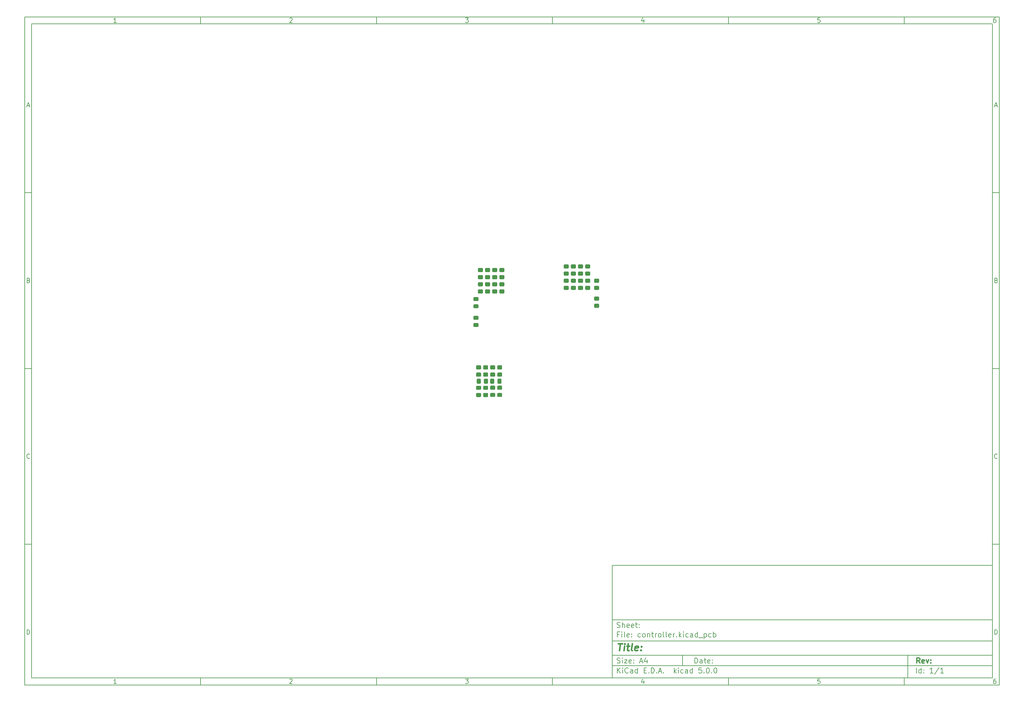
<source format=gbp>
G04 #@! TF.GenerationSoftware,KiCad,Pcbnew,5.0.0*
G04 #@! TF.CreationDate,2018-10-21T13:39:10+10:00*
G04 #@! TF.ProjectId,controller,636F6E74726F6C6C65722E6B69636164,rev?*
G04 #@! TF.SameCoordinates,Original*
G04 #@! TF.FileFunction,Paste,Bot*
G04 #@! TF.FilePolarity,Positive*
%FSLAX46Y46*%
G04 Gerber Fmt 4.6, Leading zero omitted, Abs format (unit mm)*
G04 Created by KiCad (PCBNEW 5.0.0) date Sun Oct 21 13:39:10 2018*
%MOMM*%
%LPD*%
G01*
G04 APERTURE LIST*
%ADD10C,0.100000*%
%ADD11C,0.150000*%
%ADD12C,0.300000*%
%ADD13C,0.400000*%
%ADD14C,1.150000*%
G04 APERTURE END LIST*
D10*
D11*
X177002200Y-166007200D02*
X177002200Y-198007200D01*
X285002200Y-198007200D01*
X285002200Y-166007200D01*
X177002200Y-166007200D01*
D10*
D11*
X10000000Y-10000000D02*
X10000000Y-200007200D01*
X287002200Y-200007200D01*
X287002200Y-10000000D01*
X10000000Y-10000000D01*
D10*
D11*
X12000000Y-12000000D02*
X12000000Y-198007200D01*
X285002200Y-198007200D01*
X285002200Y-12000000D01*
X12000000Y-12000000D01*
D10*
D11*
X60000000Y-12000000D02*
X60000000Y-10000000D01*
D10*
D11*
X110000000Y-12000000D02*
X110000000Y-10000000D01*
D10*
D11*
X160000000Y-12000000D02*
X160000000Y-10000000D01*
D10*
D11*
X210000000Y-12000000D02*
X210000000Y-10000000D01*
D10*
D11*
X260000000Y-12000000D02*
X260000000Y-10000000D01*
D10*
D11*
X36065476Y-11588095D02*
X35322619Y-11588095D01*
X35694047Y-11588095D02*
X35694047Y-10288095D01*
X35570238Y-10473809D01*
X35446428Y-10597619D01*
X35322619Y-10659523D01*
D10*
D11*
X85322619Y-10411904D02*
X85384523Y-10350000D01*
X85508333Y-10288095D01*
X85817857Y-10288095D01*
X85941666Y-10350000D01*
X86003571Y-10411904D01*
X86065476Y-10535714D01*
X86065476Y-10659523D01*
X86003571Y-10845238D01*
X85260714Y-11588095D01*
X86065476Y-11588095D01*
D10*
D11*
X135260714Y-10288095D02*
X136065476Y-10288095D01*
X135632142Y-10783333D01*
X135817857Y-10783333D01*
X135941666Y-10845238D01*
X136003571Y-10907142D01*
X136065476Y-11030952D01*
X136065476Y-11340476D01*
X136003571Y-11464285D01*
X135941666Y-11526190D01*
X135817857Y-11588095D01*
X135446428Y-11588095D01*
X135322619Y-11526190D01*
X135260714Y-11464285D01*
D10*
D11*
X185941666Y-10721428D02*
X185941666Y-11588095D01*
X185632142Y-10226190D02*
X185322619Y-11154761D01*
X186127380Y-11154761D01*
D10*
D11*
X236003571Y-10288095D02*
X235384523Y-10288095D01*
X235322619Y-10907142D01*
X235384523Y-10845238D01*
X235508333Y-10783333D01*
X235817857Y-10783333D01*
X235941666Y-10845238D01*
X236003571Y-10907142D01*
X236065476Y-11030952D01*
X236065476Y-11340476D01*
X236003571Y-11464285D01*
X235941666Y-11526190D01*
X235817857Y-11588095D01*
X235508333Y-11588095D01*
X235384523Y-11526190D01*
X235322619Y-11464285D01*
D10*
D11*
X285941666Y-10288095D02*
X285694047Y-10288095D01*
X285570238Y-10350000D01*
X285508333Y-10411904D01*
X285384523Y-10597619D01*
X285322619Y-10845238D01*
X285322619Y-11340476D01*
X285384523Y-11464285D01*
X285446428Y-11526190D01*
X285570238Y-11588095D01*
X285817857Y-11588095D01*
X285941666Y-11526190D01*
X286003571Y-11464285D01*
X286065476Y-11340476D01*
X286065476Y-11030952D01*
X286003571Y-10907142D01*
X285941666Y-10845238D01*
X285817857Y-10783333D01*
X285570238Y-10783333D01*
X285446428Y-10845238D01*
X285384523Y-10907142D01*
X285322619Y-11030952D01*
D10*
D11*
X60000000Y-198007200D02*
X60000000Y-200007200D01*
D10*
D11*
X110000000Y-198007200D02*
X110000000Y-200007200D01*
D10*
D11*
X160000000Y-198007200D02*
X160000000Y-200007200D01*
D10*
D11*
X210000000Y-198007200D02*
X210000000Y-200007200D01*
D10*
D11*
X260000000Y-198007200D02*
X260000000Y-200007200D01*
D10*
D11*
X36065476Y-199595295D02*
X35322619Y-199595295D01*
X35694047Y-199595295D02*
X35694047Y-198295295D01*
X35570238Y-198481009D01*
X35446428Y-198604819D01*
X35322619Y-198666723D01*
D10*
D11*
X85322619Y-198419104D02*
X85384523Y-198357200D01*
X85508333Y-198295295D01*
X85817857Y-198295295D01*
X85941666Y-198357200D01*
X86003571Y-198419104D01*
X86065476Y-198542914D01*
X86065476Y-198666723D01*
X86003571Y-198852438D01*
X85260714Y-199595295D01*
X86065476Y-199595295D01*
D10*
D11*
X135260714Y-198295295D02*
X136065476Y-198295295D01*
X135632142Y-198790533D01*
X135817857Y-198790533D01*
X135941666Y-198852438D01*
X136003571Y-198914342D01*
X136065476Y-199038152D01*
X136065476Y-199347676D01*
X136003571Y-199471485D01*
X135941666Y-199533390D01*
X135817857Y-199595295D01*
X135446428Y-199595295D01*
X135322619Y-199533390D01*
X135260714Y-199471485D01*
D10*
D11*
X185941666Y-198728628D02*
X185941666Y-199595295D01*
X185632142Y-198233390D02*
X185322619Y-199161961D01*
X186127380Y-199161961D01*
D10*
D11*
X236003571Y-198295295D02*
X235384523Y-198295295D01*
X235322619Y-198914342D01*
X235384523Y-198852438D01*
X235508333Y-198790533D01*
X235817857Y-198790533D01*
X235941666Y-198852438D01*
X236003571Y-198914342D01*
X236065476Y-199038152D01*
X236065476Y-199347676D01*
X236003571Y-199471485D01*
X235941666Y-199533390D01*
X235817857Y-199595295D01*
X235508333Y-199595295D01*
X235384523Y-199533390D01*
X235322619Y-199471485D01*
D10*
D11*
X285941666Y-198295295D02*
X285694047Y-198295295D01*
X285570238Y-198357200D01*
X285508333Y-198419104D01*
X285384523Y-198604819D01*
X285322619Y-198852438D01*
X285322619Y-199347676D01*
X285384523Y-199471485D01*
X285446428Y-199533390D01*
X285570238Y-199595295D01*
X285817857Y-199595295D01*
X285941666Y-199533390D01*
X286003571Y-199471485D01*
X286065476Y-199347676D01*
X286065476Y-199038152D01*
X286003571Y-198914342D01*
X285941666Y-198852438D01*
X285817857Y-198790533D01*
X285570238Y-198790533D01*
X285446428Y-198852438D01*
X285384523Y-198914342D01*
X285322619Y-199038152D01*
D10*
D11*
X10000000Y-60000000D02*
X12000000Y-60000000D01*
D10*
D11*
X10000000Y-110000000D02*
X12000000Y-110000000D01*
D10*
D11*
X10000000Y-160000000D02*
X12000000Y-160000000D01*
D10*
D11*
X10690476Y-35216666D02*
X11309523Y-35216666D01*
X10566666Y-35588095D02*
X11000000Y-34288095D01*
X11433333Y-35588095D01*
D10*
D11*
X11092857Y-84907142D02*
X11278571Y-84969047D01*
X11340476Y-85030952D01*
X11402380Y-85154761D01*
X11402380Y-85340476D01*
X11340476Y-85464285D01*
X11278571Y-85526190D01*
X11154761Y-85588095D01*
X10659523Y-85588095D01*
X10659523Y-84288095D01*
X11092857Y-84288095D01*
X11216666Y-84350000D01*
X11278571Y-84411904D01*
X11340476Y-84535714D01*
X11340476Y-84659523D01*
X11278571Y-84783333D01*
X11216666Y-84845238D01*
X11092857Y-84907142D01*
X10659523Y-84907142D01*
D10*
D11*
X11402380Y-135464285D02*
X11340476Y-135526190D01*
X11154761Y-135588095D01*
X11030952Y-135588095D01*
X10845238Y-135526190D01*
X10721428Y-135402380D01*
X10659523Y-135278571D01*
X10597619Y-135030952D01*
X10597619Y-134845238D01*
X10659523Y-134597619D01*
X10721428Y-134473809D01*
X10845238Y-134350000D01*
X11030952Y-134288095D01*
X11154761Y-134288095D01*
X11340476Y-134350000D01*
X11402380Y-134411904D01*
D10*
D11*
X10659523Y-185588095D02*
X10659523Y-184288095D01*
X10969047Y-184288095D01*
X11154761Y-184350000D01*
X11278571Y-184473809D01*
X11340476Y-184597619D01*
X11402380Y-184845238D01*
X11402380Y-185030952D01*
X11340476Y-185278571D01*
X11278571Y-185402380D01*
X11154761Y-185526190D01*
X10969047Y-185588095D01*
X10659523Y-185588095D01*
D10*
D11*
X287002200Y-60000000D02*
X285002200Y-60000000D01*
D10*
D11*
X287002200Y-110000000D02*
X285002200Y-110000000D01*
D10*
D11*
X287002200Y-160000000D02*
X285002200Y-160000000D01*
D10*
D11*
X285692676Y-35216666D02*
X286311723Y-35216666D01*
X285568866Y-35588095D02*
X286002200Y-34288095D01*
X286435533Y-35588095D01*
D10*
D11*
X286095057Y-84907142D02*
X286280771Y-84969047D01*
X286342676Y-85030952D01*
X286404580Y-85154761D01*
X286404580Y-85340476D01*
X286342676Y-85464285D01*
X286280771Y-85526190D01*
X286156961Y-85588095D01*
X285661723Y-85588095D01*
X285661723Y-84288095D01*
X286095057Y-84288095D01*
X286218866Y-84350000D01*
X286280771Y-84411904D01*
X286342676Y-84535714D01*
X286342676Y-84659523D01*
X286280771Y-84783333D01*
X286218866Y-84845238D01*
X286095057Y-84907142D01*
X285661723Y-84907142D01*
D10*
D11*
X286404580Y-135464285D02*
X286342676Y-135526190D01*
X286156961Y-135588095D01*
X286033152Y-135588095D01*
X285847438Y-135526190D01*
X285723628Y-135402380D01*
X285661723Y-135278571D01*
X285599819Y-135030952D01*
X285599819Y-134845238D01*
X285661723Y-134597619D01*
X285723628Y-134473809D01*
X285847438Y-134350000D01*
X286033152Y-134288095D01*
X286156961Y-134288095D01*
X286342676Y-134350000D01*
X286404580Y-134411904D01*
D10*
D11*
X285661723Y-185588095D02*
X285661723Y-184288095D01*
X285971247Y-184288095D01*
X286156961Y-184350000D01*
X286280771Y-184473809D01*
X286342676Y-184597619D01*
X286404580Y-184845238D01*
X286404580Y-185030952D01*
X286342676Y-185278571D01*
X286280771Y-185402380D01*
X286156961Y-185526190D01*
X285971247Y-185588095D01*
X285661723Y-185588095D01*
D10*
D11*
X200434342Y-193785771D02*
X200434342Y-192285771D01*
X200791485Y-192285771D01*
X201005771Y-192357200D01*
X201148628Y-192500057D01*
X201220057Y-192642914D01*
X201291485Y-192928628D01*
X201291485Y-193142914D01*
X201220057Y-193428628D01*
X201148628Y-193571485D01*
X201005771Y-193714342D01*
X200791485Y-193785771D01*
X200434342Y-193785771D01*
X202577200Y-193785771D02*
X202577200Y-193000057D01*
X202505771Y-192857200D01*
X202362914Y-192785771D01*
X202077200Y-192785771D01*
X201934342Y-192857200D01*
X202577200Y-193714342D02*
X202434342Y-193785771D01*
X202077200Y-193785771D01*
X201934342Y-193714342D01*
X201862914Y-193571485D01*
X201862914Y-193428628D01*
X201934342Y-193285771D01*
X202077200Y-193214342D01*
X202434342Y-193214342D01*
X202577200Y-193142914D01*
X203077200Y-192785771D02*
X203648628Y-192785771D01*
X203291485Y-192285771D02*
X203291485Y-193571485D01*
X203362914Y-193714342D01*
X203505771Y-193785771D01*
X203648628Y-193785771D01*
X204720057Y-193714342D02*
X204577200Y-193785771D01*
X204291485Y-193785771D01*
X204148628Y-193714342D01*
X204077200Y-193571485D01*
X204077200Y-193000057D01*
X204148628Y-192857200D01*
X204291485Y-192785771D01*
X204577200Y-192785771D01*
X204720057Y-192857200D01*
X204791485Y-193000057D01*
X204791485Y-193142914D01*
X204077200Y-193285771D01*
X205434342Y-193642914D02*
X205505771Y-193714342D01*
X205434342Y-193785771D01*
X205362914Y-193714342D01*
X205434342Y-193642914D01*
X205434342Y-193785771D01*
X205434342Y-192857200D02*
X205505771Y-192928628D01*
X205434342Y-193000057D01*
X205362914Y-192928628D01*
X205434342Y-192857200D01*
X205434342Y-193000057D01*
D10*
D11*
X177002200Y-194507200D02*
X285002200Y-194507200D01*
D10*
D11*
X178434342Y-196585771D02*
X178434342Y-195085771D01*
X179291485Y-196585771D02*
X178648628Y-195728628D01*
X179291485Y-195085771D02*
X178434342Y-195942914D01*
X179934342Y-196585771D02*
X179934342Y-195585771D01*
X179934342Y-195085771D02*
X179862914Y-195157200D01*
X179934342Y-195228628D01*
X180005771Y-195157200D01*
X179934342Y-195085771D01*
X179934342Y-195228628D01*
X181505771Y-196442914D02*
X181434342Y-196514342D01*
X181220057Y-196585771D01*
X181077200Y-196585771D01*
X180862914Y-196514342D01*
X180720057Y-196371485D01*
X180648628Y-196228628D01*
X180577200Y-195942914D01*
X180577200Y-195728628D01*
X180648628Y-195442914D01*
X180720057Y-195300057D01*
X180862914Y-195157200D01*
X181077200Y-195085771D01*
X181220057Y-195085771D01*
X181434342Y-195157200D01*
X181505771Y-195228628D01*
X182791485Y-196585771D02*
X182791485Y-195800057D01*
X182720057Y-195657200D01*
X182577200Y-195585771D01*
X182291485Y-195585771D01*
X182148628Y-195657200D01*
X182791485Y-196514342D02*
X182648628Y-196585771D01*
X182291485Y-196585771D01*
X182148628Y-196514342D01*
X182077200Y-196371485D01*
X182077200Y-196228628D01*
X182148628Y-196085771D01*
X182291485Y-196014342D01*
X182648628Y-196014342D01*
X182791485Y-195942914D01*
X184148628Y-196585771D02*
X184148628Y-195085771D01*
X184148628Y-196514342D02*
X184005771Y-196585771D01*
X183720057Y-196585771D01*
X183577200Y-196514342D01*
X183505771Y-196442914D01*
X183434342Y-196300057D01*
X183434342Y-195871485D01*
X183505771Y-195728628D01*
X183577200Y-195657200D01*
X183720057Y-195585771D01*
X184005771Y-195585771D01*
X184148628Y-195657200D01*
X186005771Y-195800057D02*
X186505771Y-195800057D01*
X186720057Y-196585771D02*
X186005771Y-196585771D01*
X186005771Y-195085771D01*
X186720057Y-195085771D01*
X187362914Y-196442914D02*
X187434342Y-196514342D01*
X187362914Y-196585771D01*
X187291485Y-196514342D01*
X187362914Y-196442914D01*
X187362914Y-196585771D01*
X188077200Y-196585771D02*
X188077200Y-195085771D01*
X188434342Y-195085771D01*
X188648628Y-195157200D01*
X188791485Y-195300057D01*
X188862914Y-195442914D01*
X188934342Y-195728628D01*
X188934342Y-195942914D01*
X188862914Y-196228628D01*
X188791485Y-196371485D01*
X188648628Y-196514342D01*
X188434342Y-196585771D01*
X188077200Y-196585771D01*
X189577200Y-196442914D02*
X189648628Y-196514342D01*
X189577200Y-196585771D01*
X189505771Y-196514342D01*
X189577200Y-196442914D01*
X189577200Y-196585771D01*
X190220057Y-196157200D02*
X190934342Y-196157200D01*
X190077200Y-196585771D02*
X190577200Y-195085771D01*
X191077200Y-196585771D01*
X191577200Y-196442914D02*
X191648628Y-196514342D01*
X191577200Y-196585771D01*
X191505771Y-196514342D01*
X191577200Y-196442914D01*
X191577200Y-196585771D01*
X194577200Y-196585771D02*
X194577200Y-195085771D01*
X194720057Y-196014342D02*
X195148628Y-196585771D01*
X195148628Y-195585771D02*
X194577200Y-196157200D01*
X195791485Y-196585771D02*
X195791485Y-195585771D01*
X195791485Y-195085771D02*
X195720057Y-195157200D01*
X195791485Y-195228628D01*
X195862914Y-195157200D01*
X195791485Y-195085771D01*
X195791485Y-195228628D01*
X197148628Y-196514342D02*
X197005771Y-196585771D01*
X196720057Y-196585771D01*
X196577200Y-196514342D01*
X196505771Y-196442914D01*
X196434342Y-196300057D01*
X196434342Y-195871485D01*
X196505771Y-195728628D01*
X196577200Y-195657200D01*
X196720057Y-195585771D01*
X197005771Y-195585771D01*
X197148628Y-195657200D01*
X198434342Y-196585771D02*
X198434342Y-195800057D01*
X198362914Y-195657200D01*
X198220057Y-195585771D01*
X197934342Y-195585771D01*
X197791485Y-195657200D01*
X198434342Y-196514342D02*
X198291485Y-196585771D01*
X197934342Y-196585771D01*
X197791485Y-196514342D01*
X197720057Y-196371485D01*
X197720057Y-196228628D01*
X197791485Y-196085771D01*
X197934342Y-196014342D01*
X198291485Y-196014342D01*
X198434342Y-195942914D01*
X199791485Y-196585771D02*
X199791485Y-195085771D01*
X199791485Y-196514342D02*
X199648628Y-196585771D01*
X199362914Y-196585771D01*
X199220057Y-196514342D01*
X199148628Y-196442914D01*
X199077200Y-196300057D01*
X199077200Y-195871485D01*
X199148628Y-195728628D01*
X199220057Y-195657200D01*
X199362914Y-195585771D01*
X199648628Y-195585771D01*
X199791485Y-195657200D01*
X202362914Y-195085771D02*
X201648628Y-195085771D01*
X201577200Y-195800057D01*
X201648628Y-195728628D01*
X201791485Y-195657200D01*
X202148628Y-195657200D01*
X202291485Y-195728628D01*
X202362914Y-195800057D01*
X202434342Y-195942914D01*
X202434342Y-196300057D01*
X202362914Y-196442914D01*
X202291485Y-196514342D01*
X202148628Y-196585771D01*
X201791485Y-196585771D01*
X201648628Y-196514342D01*
X201577200Y-196442914D01*
X203077200Y-196442914D02*
X203148628Y-196514342D01*
X203077200Y-196585771D01*
X203005771Y-196514342D01*
X203077200Y-196442914D01*
X203077200Y-196585771D01*
X204077200Y-195085771D02*
X204220057Y-195085771D01*
X204362914Y-195157200D01*
X204434342Y-195228628D01*
X204505771Y-195371485D01*
X204577200Y-195657200D01*
X204577200Y-196014342D01*
X204505771Y-196300057D01*
X204434342Y-196442914D01*
X204362914Y-196514342D01*
X204220057Y-196585771D01*
X204077200Y-196585771D01*
X203934342Y-196514342D01*
X203862914Y-196442914D01*
X203791485Y-196300057D01*
X203720057Y-196014342D01*
X203720057Y-195657200D01*
X203791485Y-195371485D01*
X203862914Y-195228628D01*
X203934342Y-195157200D01*
X204077200Y-195085771D01*
X205220057Y-196442914D02*
X205291485Y-196514342D01*
X205220057Y-196585771D01*
X205148628Y-196514342D01*
X205220057Y-196442914D01*
X205220057Y-196585771D01*
X206220057Y-195085771D02*
X206362914Y-195085771D01*
X206505771Y-195157200D01*
X206577200Y-195228628D01*
X206648628Y-195371485D01*
X206720057Y-195657200D01*
X206720057Y-196014342D01*
X206648628Y-196300057D01*
X206577200Y-196442914D01*
X206505771Y-196514342D01*
X206362914Y-196585771D01*
X206220057Y-196585771D01*
X206077200Y-196514342D01*
X206005771Y-196442914D01*
X205934342Y-196300057D01*
X205862914Y-196014342D01*
X205862914Y-195657200D01*
X205934342Y-195371485D01*
X206005771Y-195228628D01*
X206077200Y-195157200D01*
X206220057Y-195085771D01*
D10*
D11*
X177002200Y-191507200D02*
X285002200Y-191507200D01*
D10*
D12*
X264411485Y-193785771D02*
X263911485Y-193071485D01*
X263554342Y-193785771D02*
X263554342Y-192285771D01*
X264125771Y-192285771D01*
X264268628Y-192357200D01*
X264340057Y-192428628D01*
X264411485Y-192571485D01*
X264411485Y-192785771D01*
X264340057Y-192928628D01*
X264268628Y-193000057D01*
X264125771Y-193071485D01*
X263554342Y-193071485D01*
X265625771Y-193714342D02*
X265482914Y-193785771D01*
X265197200Y-193785771D01*
X265054342Y-193714342D01*
X264982914Y-193571485D01*
X264982914Y-193000057D01*
X265054342Y-192857200D01*
X265197200Y-192785771D01*
X265482914Y-192785771D01*
X265625771Y-192857200D01*
X265697200Y-193000057D01*
X265697200Y-193142914D01*
X264982914Y-193285771D01*
X266197200Y-192785771D02*
X266554342Y-193785771D01*
X266911485Y-192785771D01*
X267482914Y-193642914D02*
X267554342Y-193714342D01*
X267482914Y-193785771D01*
X267411485Y-193714342D01*
X267482914Y-193642914D01*
X267482914Y-193785771D01*
X267482914Y-192857200D02*
X267554342Y-192928628D01*
X267482914Y-193000057D01*
X267411485Y-192928628D01*
X267482914Y-192857200D01*
X267482914Y-193000057D01*
D10*
D11*
X178362914Y-193714342D02*
X178577200Y-193785771D01*
X178934342Y-193785771D01*
X179077200Y-193714342D01*
X179148628Y-193642914D01*
X179220057Y-193500057D01*
X179220057Y-193357200D01*
X179148628Y-193214342D01*
X179077200Y-193142914D01*
X178934342Y-193071485D01*
X178648628Y-193000057D01*
X178505771Y-192928628D01*
X178434342Y-192857200D01*
X178362914Y-192714342D01*
X178362914Y-192571485D01*
X178434342Y-192428628D01*
X178505771Y-192357200D01*
X178648628Y-192285771D01*
X179005771Y-192285771D01*
X179220057Y-192357200D01*
X179862914Y-193785771D02*
X179862914Y-192785771D01*
X179862914Y-192285771D02*
X179791485Y-192357200D01*
X179862914Y-192428628D01*
X179934342Y-192357200D01*
X179862914Y-192285771D01*
X179862914Y-192428628D01*
X180434342Y-192785771D02*
X181220057Y-192785771D01*
X180434342Y-193785771D01*
X181220057Y-193785771D01*
X182362914Y-193714342D02*
X182220057Y-193785771D01*
X181934342Y-193785771D01*
X181791485Y-193714342D01*
X181720057Y-193571485D01*
X181720057Y-193000057D01*
X181791485Y-192857200D01*
X181934342Y-192785771D01*
X182220057Y-192785771D01*
X182362914Y-192857200D01*
X182434342Y-193000057D01*
X182434342Y-193142914D01*
X181720057Y-193285771D01*
X183077200Y-193642914D02*
X183148628Y-193714342D01*
X183077200Y-193785771D01*
X183005771Y-193714342D01*
X183077200Y-193642914D01*
X183077200Y-193785771D01*
X183077200Y-192857200D02*
X183148628Y-192928628D01*
X183077200Y-193000057D01*
X183005771Y-192928628D01*
X183077200Y-192857200D01*
X183077200Y-193000057D01*
X184862914Y-193357200D02*
X185577200Y-193357200D01*
X184720057Y-193785771D02*
X185220057Y-192285771D01*
X185720057Y-193785771D01*
X186862914Y-192785771D02*
X186862914Y-193785771D01*
X186505771Y-192214342D02*
X186148628Y-193285771D01*
X187077200Y-193285771D01*
D10*
D11*
X263434342Y-196585771D02*
X263434342Y-195085771D01*
X264791485Y-196585771D02*
X264791485Y-195085771D01*
X264791485Y-196514342D02*
X264648628Y-196585771D01*
X264362914Y-196585771D01*
X264220057Y-196514342D01*
X264148628Y-196442914D01*
X264077200Y-196300057D01*
X264077200Y-195871485D01*
X264148628Y-195728628D01*
X264220057Y-195657200D01*
X264362914Y-195585771D01*
X264648628Y-195585771D01*
X264791485Y-195657200D01*
X265505771Y-196442914D02*
X265577200Y-196514342D01*
X265505771Y-196585771D01*
X265434342Y-196514342D01*
X265505771Y-196442914D01*
X265505771Y-196585771D01*
X265505771Y-195657200D02*
X265577200Y-195728628D01*
X265505771Y-195800057D01*
X265434342Y-195728628D01*
X265505771Y-195657200D01*
X265505771Y-195800057D01*
X268148628Y-196585771D02*
X267291485Y-196585771D01*
X267720057Y-196585771D02*
X267720057Y-195085771D01*
X267577200Y-195300057D01*
X267434342Y-195442914D01*
X267291485Y-195514342D01*
X269862914Y-195014342D02*
X268577200Y-196942914D01*
X271148628Y-196585771D02*
X270291485Y-196585771D01*
X270720057Y-196585771D02*
X270720057Y-195085771D01*
X270577200Y-195300057D01*
X270434342Y-195442914D01*
X270291485Y-195514342D01*
D10*
D11*
X177002200Y-187507200D02*
X285002200Y-187507200D01*
D10*
D13*
X178714580Y-188211961D02*
X179857438Y-188211961D01*
X179036009Y-190211961D02*
X179286009Y-188211961D01*
X180274104Y-190211961D02*
X180440771Y-188878628D01*
X180524104Y-188211961D02*
X180416961Y-188307200D01*
X180500295Y-188402438D01*
X180607438Y-188307200D01*
X180524104Y-188211961D01*
X180500295Y-188402438D01*
X181107438Y-188878628D02*
X181869342Y-188878628D01*
X181476485Y-188211961D02*
X181262200Y-189926247D01*
X181333628Y-190116723D01*
X181512200Y-190211961D01*
X181702676Y-190211961D01*
X182655057Y-190211961D02*
X182476485Y-190116723D01*
X182405057Y-189926247D01*
X182619342Y-188211961D01*
X184190771Y-190116723D02*
X183988390Y-190211961D01*
X183607438Y-190211961D01*
X183428866Y-190116723D01*
X183357438Y-189926247D01*
X183452676Y-189164342D01*
X183571723Y-188973866D01*
X183774104Y-188878628D01*
X184155057Y-188878628D01*
X184333628Y-188973866D01*
X184405057Y-189164342D01*
X184381247Y-189354819D01*
X183405057Y-189545295D01*
X185155057Y-190021485D02*
X185238390Y-190116723D01*
X185131247Y-190211961D01*
X185047914Y-190116723D01*
X185155057Y-190021485D01*
X185131247Y-190211961D01*
X185286009Y-188973866D02*
X185369342Y-189069104D01*
X185262200Y-189164342D01*
X185178866Y-189069104D01*
X185286009Y-188973866D01*
X185262200Y-189164342D01*
D10*
D11*
X178934342Y-185600057D02*
X178434342Y-185600057D01*
X178434342Y-186385771D02*
X178434342Y-184885771D01*
X179148628Y-184885771D01*
X179720057Y-186385771D02*
X179720057Y-185385771D01*
X179720057Y-184885771D02*
X179648628Y-184957200D01*
X179720057Y-185028628D01*
X179791485Y-184957200D01*
X179720057Y-184885771D01*
X179720057Y-185028628D01*
X180648628Y-186385771D02*
X180505771Y-186314342D01*
X180434342Y-186171485D01*
X180434342Y-184885771D01*
X181791485Y-186314342D02*
X181648628Y-186385771D01*
X181362914Y-186385771D01*
X181220057Y-186314342D01*
X181148628Y-186171485D01*
X181148628Y-185600057D01*
X181220057Y-185457200D01*
X181362914Y-185385771D01*
X181648628Y-185385771D01*
X181791485Y-185457200D01*
X181862914Y-185600057D01*
X181862914Y-185742914D01*
X181148628Y-185885771D01*
X182505771Y-186242914D02*
X182577200Y-186314342D01*
X182505771Y-186385771D01*
X182434342Y-186314342D01*
X182505771Y-186242914D01*
X182505771Y-186385771D01*
X182505771Y-185457200D02*
X182577200Y-185528628D01*
X182505771Y-185600057D01*
X182434342Y-185528628D01*
X182505771Y-185457200D01*
X182505771Y-185600057D01*
X185005771Y-186314342D02*
X184862914Y-186385771D01*
X184577200Y-186385771D01*
X184434342Y-186314342D01*
X184362914Y-186242914D01*
X184291485Y-186100057D01*
X184291485Y-185671485D01*
X184362914Y-185528628D01*
X184434342Y-185457200D01*
X184577200Y-185385771D01*
X184862914Y-185385771D01*
X185005771Y-185457200D01*
X185862914Y-186385771D02*
X185720057Y-186314342D01*
X185648628Y-186242914D01*
X185577200Y-186100057D01*
X185577200Y-185671485D01*
X185648628Y-185528628D01*
X185720057Y-185457200D01*
X185862914Y-185385771D01*
X186077200Y-185385771D01*
X186220057Y-185457200D01*
X186291485Y-185528628D01*
X186362914Y-185671485D01*
X186362914Y-186100057D01*
X186291485Y-186242914D01*
X186220057Y-186314342D01*
X186077200Y-186385771D01*
X185862914Y-186385771D01*
X187005771Y-185385771D02*
X187005771Y-186385771D01*
X187005771Y-185528628D02*
X187077200Y-185457200D01*
X187220057Y-185385771D01*
X187434342Y-185385771D01*
X187577200Y-185457200D01*
X187648628Y-185600057D01*
X187648628Y-186385771D01*
X188148628Y-185385771D02*
X188720057Y-185385771D01*
X188362914Y-184885771D02*
X188362914Y-186171485D01*
X188434342Y-186314342D01*
X188577200Y-186385771D01*
X188720057Y-186385771D01*
X189220057Y-186385771D02*
X189220057Y-185385771D01*
X189220057Y-185671485D02*
X189291485Y-185528628D01*
X189362914Y-185457200D01*
X189505771Y-185385771D01*
X189648628Y-185385771D01*
X190362914Y-186385771D02*
X190220057Y-186314342D01*
X190148628Y-186242914D01*
X190077200Y-186100057D01*
X190077200Y-185671485D01*
X190148628Y-185528628D01*
X190220057Y-185457200D01*
X190362914Y-185385771D01*
X190577200Y-185385771D01*
X190720057Y-185457200D01*
X190791485Y-185528628D01*
X190862914Y-185671485D01*
X190862914Y-186100057D01*
X190791485Y-186242914D01*
X190720057Y-186314342D01*
X190577200Y-186385771D01*
X190362914Y-186385771D01*
X191720057Y-186385771D02*
X191577200Y-186314342D01*
X191505771Y-186171485D01*
X191505771Y-184885771D01*
X192505771Y-186385771D02*
X192362914Y-186314342D01*
X192291485Y-186171485D01*
X192291485Y-184885771D01*
X193648628Y-186314342D02*
X193505771Y-186385771D01*
X193220057Y-186385771D01*
X193077200Y-186314342D01*
X193005771Y-186171485D01*
X193005771Y-185600057D01*
X193077200Y-185457200D01*
X193220057Y-185385771D01*
X193505771Y-185385771D01*
X193648628Y-185457200D01*
X193720057Y-185600057D01*
X193720057Y-185742914D01*
X193005771Y-185885771D01*
X194362914Y-186385771D02*
X194362914Y-185385771D01*
X194362914Y-185671485D02*
X194434342Y-185528628D01*
X194505771Y-185457200D01*
X194648628Y-185385771D01*
X194791485Y-185385771D01*
X195291485Y-186242914D02*
X195362914Y-186314342D01*
X195291485Y-186385771D01*
X195220057Y-186314342D01*
X195291485Y-186242914D01*
X195291485Y-186385771D01*
X196005771Y-186385771D02*
X196005771Y-184885771D01*
X196148628Y-185814342D02*
X196577200Y-186385771D01*
X196577200Y-185385771D02*
X196005771Y-185957200D01*
X197220057Y-186385771D02*
X197220057Y-185385771D01*
X197220057Y-184885771D02*
X197148628Y-184957200D01*
X197220057Y-185028628D01*
X197291485Y-184957200D01*
X197220057Y-184885771D01*
X197220057Y-185028628D01*
X198577200Y-186314342D02*
X198434342Y-186385771D01*
X198148628Y-186385771D01*
X198005771Y-186314342D01*
X197934342Y-186242914D01*
X197862914Y-186100057D01*
X197862914Y-185671485D01*
X197934342Y-185528628D01*
X198005771Y-185457200D01*
X198148628Y-185385771D01*
X198434342Y-185385771D01*
X198577200Y-185457200D01*
X199862914Y-186385771D02*
X199862914Y-185600057D01*
X199791485Y-185457200D01*
X199648628Y-185385771D01*
X199362914Y-185385771D01*
X199220057Y-185457200D01*
X199862914Y-186314342D02*
X199720057Y-186385771D01*
X199362914Y-186385771D01*
X199220057Y-186314342D01*
X199148628Y-186171485D01*
X199148628Y-186028628D01*
X199220057Y-185885771D01*
X199362914Y-185814342D01*
X199720057Y-185814342D01*
X199862914Y-185742914D01*
X201220057Y-186385771D02*
X201220057Y-184885771D01*
X201220057Y-186314342D02*
X201077200Y-186385771D01*
X200791485Y-186385771D01*
X200648628Y-186314342D01*
X200577200Y-186242914D01*
X200505771Y-186100057D01*
X200505771Y-185671485D01*
X200577200Y-185528628D01*
X200648628Y-185457200D01*
X200791485Y-185385771D01*
X201077200Y-185385771D01*
X201220057Y-185457200D01*
X201577200Y-186528628D02*
X202720057Y-186528628D01*
X203077200Y-185385771D02*
X203077200Y-186885771D01*
X203077200Y-185457200D02*
X203220057Y-185385771D01*
X203505771Y-185385771D01*
X203648628Y-185457200D01*
X203720057Y-185528628D01*
X203791485Y-185671485D01*
X203791485Y-186100057D01*
X203720057Y-186242914D01*
X203648628Y-186314342D01*
X203505771Y-186385771D01*
X203220057Y-186385771D01*
X203077200Y-186314342D01*
X205077200Y-186314342D02*
X204934342Y-186385771D01*
X204648628Y-186385771D01*
X204505771Y-186314342D01*
X204434342Y-186242914D01*
X204362914Y-186100057D01*
X204362914Y-185671485D01*
X204434342Y-185528628D01*
X204505771Y-185457200D01*
X204648628Y-185385771D01*
X204934342Y-185385771D01*
X205077200Y-185457200D01*
X205720057Y-186385771D02*
X205720057Y-184885771D01*
X205720057Y-185457200D02*
X205862914Y-185385771D01*
X206148628Y-185385771D01*
X206291485Y-185457200D01*
X206362914Y-185528628D01*
X206434342Y-185671485D01*
X206434342Y-186100057D01*
X206362914Y-186242914D01*
X206291485Y-186314342D01*
X206148628Y-186385771D01*
X205862914Y-186385771D01*
X205720057Y-186314342D01*
D10*
D11*
X177002200Y-181507200D02*
X285002200Y-181507200D01*
D10*
D11*
X178362914Y-183614342D02*
X178577200Y-183685771D01*
X178934342Y-183685771D01*
X179077200Y-183614342D01*
X179148628Y-183542914D01*
X179220057Y-183400057D01*
X179220057Y-183257200D01*
X179148628Y-183114342D01*
X179077200Y-183042914D01*
X178934342Y-182971485D01*
X178648628Y-182900057D01*
X178505771Y-182828628D01*
X178434342Y-182757200D01*
X178362914Y-182614342D01*
X178362914Y-182471485D01*
X178434342Y-182328628D01*
X178505771Y-182257200D01*
X178648628Y-182185771D01*
X179005771Y-182185771D01*
X179220057Y-182257200D01*
X179862914Y-183685771D02*
X179862914Y-182185771D01*
X180505771Y-183685771D02*
X180505771Y-182900057D01*
X180434342Y-182757200D01*
X180291485Y-182685771D01*
X180077200Y-182685771D01*
X179934342Y-182757200D01*
X179862914Y-182828628D01*
X181791485Y-183614342D02*
X181648628Y-183685771D01*
X181362914Y-183685771D01*
X181220057Y-183614342D01*
X181148628Y-183471485D01*
X181148628Y-182900057D01*
X181220057Y-182757200D01*
X181362914Y-182685771D01*
X181648628Y-182685771D01*
X181791485Y-182757200D01*
X181862914Y-182900057D01*
X181862914Y-183042914D01*
X181148628Y-183185771D01*
X183077200Y-183614342D02*
X182934342Y-183685771D01*
X182648628Y-183685771D01*
X182505771Y-183614342D01*
X182434342Y-183471485D01*
X182434342Y-182900057D01*
X182505771Y-182757200D01*
X182648628Y-182685771D01*
X182934342Y-182685771D01*
X183077200Y-182757200D01*
X183148628Y-182900057D01*
X183148628Y-183042914D01*
X182434342Y-183185771D01*
X183577200Y-182685771D02*
X184148628Y-182685771D01*
X183791485Y-182185771D02*
X183791485Y-183471485D01*
X183862914Y-183614342D01*
X184005771Y-183685771D01*
X184148628Y-183685771D01*
X184648628Y-183542914D02*
X184720057Y-183614342D01*
X184648628Y-183685771D01*
X184577200Y-183614342D01*
X184648628Y-183542914D01*
X184648628Y-183685771D01*
X184648628Y-182757200D02*
X184720057Y-182828628D01*
X184648628Y-182900057D01*
X184577200Y-182828628D01*
X184648628Y-182757200D01*
X184648628Y-182900057D01*
D10*
D11*
X197002200Y-191507200D02*
X197002200Y-194507200D01*
D10*
D11*
X261002200Y-191507200D02*
X261002200Y-198007200D01*
D10*
G04 #@! TO.C,R18*
G36*
X138724505Y-89661204D02*
X138748773Y-89664804D01*
X138772572Y-89670765D01*
X138795671Y-89679030D01*
X138817850Y-89689520D01*
X138838893Y-89702132D01*
X138858599Y-89716747D01*
X138876777Y-89733223D01*
X138893253Y-89751401D01*
X138907868Y-89771107D01*
X138920480Y-89792150D01*
X138930970Y-89814329D01*
X138939235Y-89837428D01*
X138945196Y-89861227D01*
X138948796Y-89885495D01*
X138950000Y-89909999D01*
X138950000Y-90560001D01*
X138948796Y-90584505D01*
X138945196Y-90608773D01*
X138939235Y-90632572D01*
X138930970Y-90655671D01*
X138920480Y-90677850D01*
X138907868Y-90698893D01*
X138893253Y-90718599D01*
X138876777Y-90736777D01*
X138858599Y-90753253D01*
X138838893Y-90767868D01*
X138817850Y-90780480D01*
X138795671Y-90790970D01*
X138772572Y-90799235D01*
X138748773Y-90805196D01*
X138724505Y-90808796D01*
X138700001Y-90810000D01*
X137799999Y-90810000D01*
X137775495Y-90808796D01*
X137751227Y-90805196D01*
X137727428Y-90799235D01*
X137704329Y-90790970D01*
X137682150Y-90780480D01*
X137661107Y-90767868D01*
X137641401Y-90753253D01*
X137623223Y-90736777D01*
X137606747Y-90718599D01*
X137592132Y-90698893D01*
X137579520Y-90677850D01*
X137569030Y-90655671D01*
X137560765Y-90632572D01*
X137554804Y-90608773D01*
X137551204Y-90584505D01*
X137550000Y-90560001D01*
X137550000Y-89909999D01*
X137551204Y-89885495D01*
X137554804Y-89861227D01*
X137560765Y-89837428D01*
X137569030Y-89814329D01*
X137579520Y-89792150D01*
X137592132Y-89771107D01*
X137606747Y-89751401D01*
X137623223Y-89733223D01*
X137641401Y-89716747D01*
X137661107Y-89702132D01*
X137682150Y-89689520D01*
X137704329Y-89679030D01*
X137727428Y-89670765D01*
X137751227Y-89664804D01*
X137775495Y-89661204D01*
X137799999Y-89660000D01*
X138700001Y-89660000D01*
X138724505Y-89661204D01*
X138724505Y-89661204D01*
G37*
D14*
X138250000Y-90235000D03*
D10*
G36*
X138724505Y-91711204D02*
X138748773Y-91714804D01*
X138772572Y-91720765D01*
X138795671Y-91729030D01*
X138817850Y-91739520D01*
X138838893Y-91752132D01*
X138858599Y-91766747D01*
X138876777Y-91783223D01*
X138893253Y-91801401D01*
X138907868Y-91821107D01*
X138920480Y-91842150D01*
X138930970Y-91864329D01*
X138939235Y-91887428D01*
X138945196Y-91911227D01*
X138948796Y-91935495D01*
X138950000Y-91959999D01*
X138950000Y-92610001D01*
X138948796Y-92634505D01*
X138945196Y-92658773D01*
X138939235Y-92682572D01*
X138930970Y-92705671D01*
X138920480Y-92727850D01*
X138907868Y-92748893D01*
X138893253Y-92768599D01*
X138876777Y-92786777D01*
X138858599Y-92803253D01*
X138838893Y-92817868D01*
X138817850Y-92830480D01*
X138795671Y-92840970D01*
X138772572Y-92849235D01*
X138748773Y-92855196D01*
X138724505Y-92858796D01*
X138700001Y-92860000D01*
X137799999Y-92860000D01*
X137775495Y-92858796D01*
X137751227Y-92855196D01*
X137727428Y-92849235D01*
X137704329Y-92840970D01*
X137682150Y-92830480D01*
X137661107Y-92817868D01*
X137641401Y-92803253D01*
X137623223Y-92786777D01*
X137606747Y-92768599D01*
X137592132Y-92748893D01*
X137579520Y-92727850D01*
X137569030Y-92705671D01*
X137560765Y-92682572D01*
X137554804Y-92658773D01*
X137551204Y-92634505D01*
X137550000Y-92610001D01*
X137550000Y-91959999D01*
X137551204Y-91935495D01*
X137554804Y-91911227D01*
X137560765Y-91887428D01*
X137569030Y-91864329D01*
X137579520Y-91842150D01*
X137592132Y-91821107D01*
X137606747Y-91801401D01*
X137623223Y-91783223D01*
X137641401Y-91766747D01*
X137661107Y-91752132D01*
X137682150Y-91739520D01*
X137704329Y-91729030D01*
X137727428Y-91720765D01*
X137751227Y-91714804D01*
X137775495Y-91711204D01*
X137799999Y-91710000D01*
X138700001Y-91710000D01*
X138724505Y-91711204D01*
X138724505Y-91711204D01*
G37*
D14*
X138250000Y-92285000D03*
G04 #@! TD*
D10*
G04 #@! TO.C,R19*
G36*
X138724505Y-94986204D02*
X138748773Y-94989804D01*
X138772572Y-94995765D01*
X138795671Y-95004030D01*
X138817850Y-95014520D01*
X138838893Y-95027132D01*
X138858599Y-95041747D01*
X138876777Y-95058223D01*
X138893253Y-95076401D01*
X138907868Y-95096107D01*
X138920480Y-95117150D01*
X138930970Y-95139329D01*
X138939235Y-95162428D01*
X138945196Y-95186227D01*
X138948796Y-95210495D01*
X138950000Y-95234999D01*
X138950000Y-95885001D01*
X138948796Y-95909505D01*
X138945196Y-95933773D01*
X138939235Y-95957572D01*
X138930970Y-95980671D01*
X138920480Y-96002850D01*
X138907868Y-96023893D01*
X138893253Y-96043599D01*
X138876777Y-96061777D01*
X138858599Y-96078253D01*
X138838893Y-96092868D01*
X138817850Y-96105480D01*
X138795671Y-96115970D01*
X138772572Y-96124235D01*
X138748773Y-96130196D01*
X138724505Y-96133796D01*
X138700001Y-96135000D01*
X137799999Y-96135000D01*
X137775495Y-96133796D01*
X137751227Y-96130196D01*
X137727428Y-96124235D01*
X137704329Y-96115970D01*
X137682150Y-96105480D01*
X137661107Y-96092868D01*
X137641401Y-96078253D01*
X137623223Y-96061777D01*
X137606747Y-96043599D01*
X137592132Y-96023893D01*
X137579520Y-96002850D01*
X137569030Y-95980671D01*
X137560765Y-95957572D01*
X137554804Y-95933773D01*
X137551204Y-95909505D01*
X137550000Y-95885001D01*
X137550000Y-95234999D01*
X137551204Y-95210495D01*
X137554804Y-95186227D01*
X137560765Y-95162428D01*
X137569030Y-95139329D01*
X137579520Y-95117150D01*
X137592132Y-95096107D01*
X137606747Y-95076401D01*
X137623223Y-95058223D01*
X137641401Y-95041747D01*
X137661107Y-95027132D01*
X137682150Y-95014520D01*
X137704329Y-95004030D01*
X137727428Y-94995765D01*
X137751227Y-94989804D01*
X137775495Y-94986204D01*
X137799999Y-94985000D01*
X138700001Y-94985000D01*
X138724505Y-94986204D01*
X138724505Y-94986204D01*
G37*
D14*
X138250000Y-95560000D03*
D10*
G36*
X138724505Y-97036204D02*
X138748773Y-97039804D01*
X138772572Y-97045765D01*
X138795671Y-97054030D01*
X138817850Y-97064520D01*
X138838893Y-97077132D01*
X138858599Y-97091747D01*
X138876777Y-97108223D01*
X138893253Y-97126401D01*
X138907868Y-97146107D01*
X138920480Y-97167150D01*
X138930970Y-97189329D01*
X138939235Y-97212428D01*
X138945196Y-97236227D01*
X138948796Y-97260495D01*
X138950000Y-97284999D01*
X138950000Y-97935001D01*
X138948796Y-97959505D01*
X138945196Y-97983773D01*
X138939235Y-98007572D01*
X138930970Y-98030671D01*
X138920480Y-98052850D01*
X138907868Y-98073893D01*
X138893253Y-98093599D01*
X138876777Y-98111777D01*
X138858599Y-98128253D01*
X138838893Y-98142868D01*
X138817850Y-98155480D01*
X138795671Y-98165970D01*
X138772572Y-98174235D01*
X138748773Y-98180196D01*
X138724505Y-98183796D01*
X138700001Y-98185000D01*
X137799999Y-98185000D01*
X137775495Y-98183796D01*
X137751227Y-98180196D01*
X137727428Y-98174235D01*
X137704329Y-98165970D01*
X137682150Y-98155480D01*
X137661107Y-98142868D01*
X137641401Y-98128253D01*
X137623223Y-98111777D01*
X137606747Y-98093599D01*
X137592132Y-98073893D01*
X137579520Y-98052850D01*
X137569030Y-98030671D01*
X137560765Y-98007572D01*
X137554804Y-97983773D01*
X137551204Y-97959505D01*
X137550000Y-97935001D01*
X137550000Y-97284999D01*
X137551204Y-97260495D01*
X137554804Y-97236227D01*
X137560765Y-97212428D01*
X137569030Y-97189329D01*
X137579520Y-97167150D01*
X137592132Y-97146107D01*
X137606747Y-97126401D01*
X137623223Y-97108223D01*
X137641401Y-97091747D01*
X137661107Y-97077132D01*
X137682150Y-97064520D01*
X137704329Y-97054030D01*
X137727428Y-97045765D01*
X137751227Y-97039804D01*
X137775495Y-97036204D01*
X137799999Y-97035000D01*
X138700001Y-97035000D01*
X138724505Y-97036204D01*
X138724505Y-97036204D01*
G37*
D14*
X138250000Y-97610000D03*
G04 #@! TD*
D10*
G04 #@! TO.C,R23*
G36*
X139994505Y-87511204D02*
X140018773Y-87514804D01*
X140042572Y-87520765D01*
X140065671Y-87529030D01*
X140087850Y-87539520D01*
X140108893Y-87552132D01*
X140128599Y-87566747D01*
X140146777Y-87583223D01*
X140163253Y-87601401D01*
X140177868Y-87621107D01*
X140190480Y-87642150D01*
X140200970Y-87664329D01*
X140209235Y-87687428D01*
X140215196Y-87711227D01*
X140218796Y-87735495D01*
X140220000Y-87759999D01*
X140220000Y-88410001D01*
X140218796Y-88434505D01*
X140215196Y-88458773D01*
X140209235Y-88482572D01*
X140200970Y-88505671D01*
X140190480Y-88527850D01*
X140177868Y-88548893D01*
X140163253Y-88568599D01*
X140146777Y-88586777D01*
X140128599Y-88603253D01*
X140108893Y-88617868D01*
X140087850Y-88630480D01*
X140065671Y-88640970D01*
X140042572Y-88649235D01*
X140018773Y-88655196D01*
X139994505Y-88658796D01*
X139970001Y-88660000D01*
X139069999Y-88660000D01*
X139045495Y-88658796D01*
X139021227Y-88655196D01*
X138997428Y-88649235D01*
X138974329Y-88640970D01*
X138952150Y-88630480D01*
X138931107Y-88617868D01*
X138911401Y-88603253D01*
X138893223Y-88586777D01*
X138876747Y-88568599D01*
X138862132Y-88548893D01*
X138849520Y-88527850D01*
X138839030Y-88505671D01*
X138830765Y-88482572D01*
X138824804Y-88458773D01*
X138821204Y-88434505D01*
X138820000Y-88410001D01*
X138820000Y-87759999D01*
X138821204Y-87735495D01*
X138824804Y-87711227D01*
X138830765Y-87687428D01*
X138839030Y-87664329D01*
X138849520Y-87642150D01*
X138862132Y-87621107D01*
X138876747Y-87601401D01*
X138893223Y-87583223D01*
X138911401Y-87566747D01*
X138931107Y-87552132D01*
X138952150Y-87539520D01*
X138974329Y-87529030D01*
X138997428Y-87520765D01*
X139021227Y-87514804D01*
X139045495Y-87511204D01*
X139069999Y-87510000D01*
X139970001Y-87510000D01*
X139994505Y-87511204D01*
X139994505Y-87511204D01*
G37*
D14*
X139520000Y-88085000D03*
D10*
G36*
X139994505Y-85461204D02*
X140018773Y-85464804D01*
X140042572Y-85470765D01*
X140065671Y-85479030D01*
X140087850Y-85489520D01*
X140108893Y-85502132D01*
X140128599Y-85516747D01*
X140146777Y-85533223D01*
X140163253Y-85551401D01*
X140177868Y-85571107D01*
X140190480Y-85592150D01*
X140200970Y-85614329D01*
X140209235Y-85637428D01*
X140215196Y-85661227D01*
X140218796Y-85685495D01*
X140220000Y-85709999D01*
X140220000Y-86360001D01*
X140218796Y-86384505D01*
X140215196Y-86408773D01*
X140209235Y-86432572D01*
X140200970Y-86455671D01*
X140190480Y-86477850D01*
X140177868Y-86498893D01*
X140163253Y-86518599D01*
X140146777Y-86536777D01*
X140128599Y-86553253D01*
X140108893Y-86567868D01*
X140087850Y-86580480D01*
X140065671Y-86590970D01*
X140042572Y-86599235D01*
X140018773Y-86605196D01*
X139994505Y-86608796D01*
X139970001Y-86610000D01*
X139069999Y-86610000D01*
X139045495Y-86608796D01*
X139021227Y-86605196D01*
X138997428Y-86599235D01*
X138974329Y-86590970D01*
X138952150Y-86580480D01*
X138931107Y-86567868D01*
X138911401Y-86553253D01*
X138893223Y-86536777D01*
X138876747Y-86518599D01*
X138862132Y-86498893D01*
X138849520Y-86477850D01*
X138839030Y-86455671D01*
X138830765Y-86432572D01*
X138824804Y-86408773D01*
X138821204Y-86384505D01*
X138820000Y-86360001D01*
X138820000Y-85709999D01*
X138821204Y-85685495D01*
X138824804Y-85661227D01*
X138830765Y-85637428D01*
X138839030Y-85614329D01*
X138849520Y-85592150D01*
X138862132Y-85571107D01*
X138876747Y-85551401D01*
X138893223Y-85533223D01*
X138911401Y-85516747D01*
X138931107Y-85502132D01*
X138952150Y-85489520D01*
X138974329Y-85479030D01*
X138997428Y-85470765D01*
X139021227Y-85464804D01*
X139045495Y-85461204D01*
X139069999Y-85460000D01*
X139970001Y-85460000D01*
X139994505Y-85461204D01*
X139994505Y-85461204D01*
G37*
D14*
X139520000Y-86035000D03*
G04 #@! TD*
D10*
G04 #@! TO.C,R24*
G36*
X164378505Y-80381204D02*
X164402773Y-80384804D01*
X164426572Y-80390765D01*
X164449671Y-80399030D01*
X164471850Y-80409520D01*
X164492893Y-80422132D01*
X164512599Y-80436747D01*
X164530777Y-80453223D01*
X164547253Y-80471401D01*
X164561868Y-80491107D01*
X164574480Y-80512150D01*
X164584970Y-80534329D01*
X164593235Y-80557428D01*
X164599196Y-80581227D01*
X164602796Y-80605495D01*
X164604000Y-80629999D01*
X164604000Y-81280001D01*
X164602796Y-81304505D01*
X164599196Y-81328773D01*
X164593235Y-81352572D01*
X164584970Y-81375671D01*
X164574480Y-81397850D01*
X164561868Y-81418893D01*
X164547253Y-81438599D01*
X164530777Y-81456777D01*
X164512599Y-81473253D01*
X164492893Y-81487868D01*
X164471850Y-81500480D01*
X164449671Y-81510970D01*
X164426572Y-81519235D01*
X164402773Y-81525196D01*
X164378505Y-81528796D01*
X164354001Y-81530000D01*
X163453999Y-81530000D01*
X163429495Y-81528796D01*
X163405227Y-81525196D01*
X163381428Y-81519235D01*
X163358329Y-81510970D01*
X163336150Y-81500480D01*
X163315107Y-81487868D01*
X163295401Y-81473253D01*
X163277223Y-81456777D01*
X163260747Y-81438599D01*
X163246132Y-81418893D01*
X163233520Y-81397850D01*
X163223030Y-81375671D01*
X163214765Y-81352572D01*
X163208804Y-81328773D01*
X163205204Y-81304505D01*
X163204000Y-81280001D01*
X163204000Y-80629999D01*
X163205204Y-80605495D01*
X163208804Y-80581227D01*
X163214765Y-80557428D01*
X163223030Y-80534329D01*
X163233520Y-80512150D01*
X163246132Y-80491107D01*
X163260747Y-80471401D01*
X163277223Y-80453223D01*
X163295401Y-80436747D01*
X163315107Y-80422132D01*
X163336150Y-80409520D01*
X163358329Y-80399030D01*
X163381428Y-80390765D01*
X163405227Y-80384804D01*
X163429495Y-80381204D01*
X163453999Y-80380000D01*
X164354001Y-80380000D01*
X164378505Y-80381204D01*
X164378505Y-80381204D01*
G37*
D14*
X163904000Y-80955000D03*
D10*
G36*
X164378505Y-82431204D02*
X164402773Y-82434804D01*
X164426572Y-82440765D01*
X164449671Y-82449030D01*
X164471850Y-82459520D01*
X164492893Y-82472132D01*
X164512599Y-82486747D01*
X164530777Y-82503223D01*
X164547253Y-82521401D01*
X164561868Y-82541107D01*
X164574480Y-82562150D01*
X164584970Y-82584329D01*
X164593235Y-82607428D01*
X164599196Y-82631227D01*
X164602796Y-82655495D01*
X164604000Y-82679999D01*
X164604000Y-83330001D01*
X164602796Y-83354505D01*
X164599196Y-83378773D01*
X164593235Y-83402572D01*
X164584970Y-83425671D01*
X164574480Y-83447850D01*
X164561868Y-83468893D01*
X164547253Y-83488599D01*
X164530777Y-83506777D01*
X164512599Y-83523253D01*
X164492893Y-83537868D01*
X164471850Y-83550480D01*
X164449671Y-83560970D01*
X164426572Y-83569235D01*
X164402773Y-83575196D01*
X164378505Y-83578796D01*
X164354001Y-83580000D01*
X163453999Y-83580000D01*
X163429495Y-83578796D01*
X163405227Y-83575196D01*
X163381428Y-83569235D01*
X163358329Y-83560970D01*
X163336150Y-83550480D01*
X163315107Y-83537868D01*
X163295401Y-83523253D01*
X163277223Y-83506777D01*
X163260747Y-83488599D01*
X163246132Y-83468893D01*
X163233520Y-83447850D01*
X163223030Y-83425671D01*
X163214765Y-83402572D01*
X163208804Y-83378773D01*
X163205204Y-83354505D01*
X163204000Y-83330001D01*
X163204000Y-82679999D01*
X163205204Y-82655495D01*
X163208804Y-82631227D01*
X163214765Y-82607428D01*
X163223030Y-82584329D01*
X163233520Y-82562150D01*
X163246132Y-82541107D01*
X163260747Y-82521401D01*
X163277223Y-82503223D01*
X163295401Y-82486747D01*
X163315107Y-82472132D01*
X163336150Y-82459520D01*
X163358329Y-82449030D01*
X163381428Y-82440765D01*
X163405227Y-82434804D01*
X163429495Y-82431204D01*
X163453999Y-82430000D01*
X164354001Y-82430000D01*
X164378505Y-82431204D01*
X164378505Y-82431204D01*
G37*
D14*
X163904000Y-83005000D03*
G04 #@! TD*
D10*
G04 #@! TO.C,R25*
G36*
X164378505Y-86495204D02*
X164402773Y-86498804D01*
X164426572Y-86504765D01*
X164449671Y-86513030D01*
X164471850Y-86523520D01*
X164492893Y-86536132D01*
X164512599Y-86550747D01*
X164530777Y-86567223D01*
X164547253Y-86585401D01*
X164561868Y-86605107D01*
X164574480Y-86626150D01*
X164584970Y-86648329D01*
X164593235Y-86671428D01*
X164599196Y-86695227D01*
X164602796Y-86719495D01*
X164604000Y-86743999D01*
X164604000Y-87394001D01*
X164602796Y-87418505D01*
X164599196Y-87442773D01*
X164593235Y-87466572D01*
X164584970Y-87489671D01*
X164574480Y-87511850D01*
X164561868Y-87532893D01*
X164547253Y-87552599D01*
X164530777Y-87570777D01*
X164512599Y-87587253D01*
X164492893Y-87601868D01*
X164471850Y-87614480D01*
X164449671Y-87624970D01*
X164426572Y-87633235D01*
X164402773Y-87639196D01*
X164378505Y-87642796D01*
X164354001Y-87644000D01*
X163453999Y-87644000D01*
X163429495Y-87642796D01*
X163405227Y-87639196D01*
X163381428Y-87633235D01*
X163358329Y-87624970D01*
X163336150Y-87614480D01*
X163315107Y-87601868D01*
X163295401Y-87587253D01*
X163277223Y-87570777D01*
X163260747Y-87552599D01*
X163246132Y-87532893D01*
X163233520Y-87511850D01*
X163223030Y-87489671D01*
X163214765Y-87466572D01*
X163208804Y-87442773D01*
X163205204Y-87418505D01*
X163204000Y-87394001D01*
X163204000Y-86743999D01*
X163205204Y-86719495D01*
X163208804Y-86695227D01*
X163214765Y-86671428D01*
X163223030Y-86648329D01*
X163233520Y-86626150D01*
X163246132Y-86605107D01*
X163260747Y-86585401D01*
X163277223Y-86567223D01*
X163295401Y-86550747D01*
X163315107Y-86536132D01*
X163336150Y-86523520D01*
X163358329Y-86513030D01*
X163381428Y-86504765D01*
X163405227Y-86498804D01*
X163429495Y-86495204D01*
X163453999Y-86494000D01*
X164354001Y-86494000D01*
X164378505Y-86495204D01*
X164378505Y-86495204D01*
G37*
D14*
X163904000Y-87069000D03*
D10*
G36*
X164378505Y-84445204D02*
X164402773Y-84448804D01*
X164426572Y-84454765D01*
X164449671Y-84463030D01*
X164471850Y-84473520D01*
X164492893Y-84486132D01*
X164512599Y-84500747D01*
X164530777Y-84517223D01*
X164547253Y-84535401D01*
X164561868Y-84555107D01*
X164574480Y-84576150D01*
X164584970Y-84598329D01*
X164593235Y-84621428D01*
X164599196Y-84645227D01*
X164602796Y-84669495D01*
X164604000Y-84693999D01*
X164604000Y-85344001D01*
X164602796Y-85368505D01*
X164599196Y-85392773D01*
X164593235Y-85416572D01*
X164584970Y-85439671D01*
X164574480Y-85461850D01*
X164561868Y-85482893D01*
X164547253Y-85502599D01*
X164530777Y-85520777D01*
X164512599Y-85537253D01*
X164492893Y-85551868D01*
X164471850Y-85564480D01*
X164449671Y-85574970D01*
X164426572Y-85583235D01*
X164402773Y-85589196D01*
X164378505Y-85592796D01*
X164354001Y-85594000D01*
X163453999Y-85594000D01*
X163429495Y-85592796D01*
X163405227Y-85589196D01*
X163381428Y-85583235D01*
X163358329Y-85574970D01*
X163336150Y-85564480D01*
X163315107Y-85551868D01*
X163295401Y-85537253D01*
X163277223Y-85520777D01*
X163260747Y-85502599D01*
X163246132Y-85482893D01*
X163233520Y-85461850D01*
X163223030Y-85439671D01*
X163214765Y-85416572D01*
X163208804Y-85392773D01*
X163205204Y-85368505D01*
X163204000Y-85344001D01*
X163204000Y-84693999D01*
X163205204Y-84669495D01*
X163208804Y-84645227D01*
X163214765Y-84621428D01*
X163223030Y-84598329D01*
X163233520Y-84576150D01*
X163246132Y-84555107D01*
X163260747Y-84535401D01*
X163277223Y-84517223D01*
X163295401Y-84500747D01*
X163315107Y-84486132D01*
X163336150Y-84473520D01*
X163358329Y-84463030D01*
X163381428Y-84454765D01*
X163405227Y-84448804D01*
X163429495Y-84445204D01*
X163453999Y-84444000D01*
X164354001Y-84444000D01*
X164378505Y-84445204D01*
X164378505Y-84445204D01*
G37*
D14*
X163904000Y-85019000D03*
G04 #@! TD*
D10*
G04 #@! TO.C,R26*
G36*
X142026505Y-81397204D02*
X142050773Y-81400804D01*
X142074572Y-81406765D01*
X142097671Y-81415030D01*
X142119850Y-81425520D01*
X142140893Y-81438132D01*
X142160599Y-81452747D01*
X142178777Y-81469223D01*
X142195253Y-81487401D01*
X142209868Y-81507107D01*
X142222480Y-81528150D01*
X142232970Y-81550329D01*
X142241235Y-81573428D01*
X142247196Y-81597227D01*
X142250796Y-81621495D01*
X142252000Y-81645999D01*
X142252000Y-82296001D01*
X142250796Y-82320505D01*
X142247196Y-82344773D01*
X142241235Y-82368572D01*
X142232970Y-82391671D01*
X142222480Y-82413850D01*
X142209868Y-82434893D01*
X142195253Y-82454599D01*
X142178777Y-82472777D01*
X142160599Y-82489253D01*
X142140893Y-82503868D01*
X142119850Y-82516480D01*
X142097671Y-82526970D01*
X142074572Y-82535235D01*
X142050773Y-82541196D01*
X142026505Y-82544796D01*
X142002001Y-82546000D01*
X141101999Y-82546000D01*
X141077495Y-82544796D01*
X141053227Y-82541196D01*
X141029428Y-82535235D01*
X141006329Y-82526970D01*
X140984150Y-82516480D01*
X140963107Y-82503868D01*
X140943401Y-82489253D01*
X140925223Y-82472777D01*
X140908747Y-82454599D01*
X140894132Y-82434893D01*
X140881520Y-82413850D01*
X140871030Y-82391671D01*
X140862765Y-82368572D01*
X140856804Y-82344773D01*
X140853204Y-82320505D01*
X140852000Y-82296001D01*
X140852000Y-81645999D01*
X140853204Y-81621495D01*
X140856804Y-81597227D01*
X140862765Y-81573428D01*
X140871030Y-81550329D01*
X140881520Y-81528150D01*
X140894132Y-81507107D01*
X140908747Y-81487401D01*
X140925223Y-81469223D01*
X140943401Y-81452747D01*
X140963107Y-81438132D01*
X140984150Y-81425520D01*
X141006329Y-81415030D01*
X141029428Y-81406765D01*
X141053227Y-81400804D01*
X141077495Y-81397204D01*
X141101999Y-81396000D01*
X142002001Y-81396000D01*
X142026505Y-81397204D01*
X142026505Y-81397204D01*
G37*
D14*
X141552000Y-81971000D03*
D10*
G36*
X142026505Y-83447204D02*
X142050773Y-83450804D01*
X142074572Y-83456765D01*
X142097671Y-83465030D01*
X142119850Y-83475520D01*
X142140893Y-83488132D01*
X142160599Y-83502747D01*
X142178777Y-83519223D01*
X142195253Y-83537401D01*
X142209868Y-83557107D01*
X142222480Y-83578150D01*
X142232970Y-83600329D01*
X142241235Y-83623428D01*
X142247196Y-83647227D01*
X142250796Y-83671495D01*
X142252000Y-83695999D01*
X142252000Y-84346001D01*
X142250796Y-84370505D01*
X142247196Y-84394773D01*
X142241235Y-84418572D01*
X142232970Y-84441671D01*
X142222480Y-84463850D01*
X142209868Y-84484893D01*
X142195253Y-84504599D01*
X142178777Y-84522777D01*
X142160599Y-84539253D01*
X142140893Y-84553868D01*
X142119850Y-84566480D01*
X142097671Y-84576970D01*
X142074572Y-84585235D01*
X142050773Y-84591196D01*
X142026505Y-84594796D01*
X142002001Y-84596000D01*
X141101999Y-84596000D01*
X141077495Y-84594796D01*
X141053227Y-84591196D01*
X141029428Y-84585235D01*
X141006329Y-84576970D01*
X140984150Y-84566480D01*
X140963107Y-84553868D01*
X140943401Y-84539253D01*
X140925223Y-84522777D01*
X140908747Y-84504599D01*
X140894132Y-84484893D01*
X140881520Y-84463850D01*
X140871030Y-84441671D01*
X140862765Y-84418572D01*
X140856804Y-84394773D01*
X140853204Y-84370505D01*
X140852000Y-84346001D01*
X140852000Y-83695999D01*
X140853204Y-83671495D01*
X140856804Y-83647227D01*
X140862765Y-83623428D01*
X140871030Y-83600329D01*
X140881520Y-83578150D01*
X140894132Y-83557107D01*
X140908747Y-83537401D01*
X140925223Y-83519223D01*
X140943401Y-83502747D01*
X140963107Y-83488132D01*
X140984150Y-83475520D01*
X141006329Y-83465030D01*
X141029428Y-83456765D01*
X141053227Y-83450804D01*
X141077495Y-83447204D01*
X141101999Y-83446000D01*
X142002001Y-83446000D01*
X142026505Y-83447204D01*
X142026505Y-83447204D01*
G37*
D14*
X141552000Y-84021000D03*
G04 #@! TD*
D10*
G04 #@! TO.C,R27*
G36*
X142026505Y-87511204D02*
X142050773Y-87514804D01*
X142074572Y-87520765D01*
X142097671Y-87529030D01*
X142119850Y-87539520D01*
X142140893Y-87552132D01*
X142160599Y-87566747D01*
X142178777Y-87583223D01*
X142195253Y-87601401D01*
X142209868Y-87621107D01*
X142222480Y-87642150D01*
X142232970Y-87664329D01*
X142241235Y-87687428D01*
X142247196Y-87711227D01*
X142250796Y-87735495D01*
X142252000Y-87759999D01*
X142252000Y-88410001D01*
X142250796Y-88434505D01*
X142247196Y-88458773D01*
X142241235Y-88482572D01*
X142232970Y-88505671D01*
X142222480Y-88527850D01*
X142209868Y-88548893D01*
X142195253Y-88568599D01*
X142178777Y-88586777D01*
X142160599Y-88603253D01*
X142140893Y-88617868D01*
X142119850Y-88630480D01*
X142097671Y-88640970D01*
X142074572Y-88649235D01*
X142050773Y-88655196D01*
X142026505Y-88658796D01*
X142002001Y-88660000D01*
X141101999Y-88660000D01*
X141077495Y-88658796D01*
X141053227Y-88655196D01*
X141029428Y-88649235D01*
X141006329Y-88640970D01*
X140984150Y-88630480D01*
X140963107Y-88617868D01*
X140943401Y-88603253D01*
X140925223Y-88586777D01*
X140908747Y-88568599D01*
X140894132Y-88548893D01*
X140881520Y-88527850D01*
X140871030Y-88505671D01*
X140862765Y-88482572D01*
X140856804Y-88458773D01*
X140853204Y-88434505D01*
X140852000Y-88410001D01*
X140852000Y-87759999D01*
X140853204Y-87735495D01*
X140856804Y-87711227D01*
X140862765Y-87687428D01*
X140871030Y-87664329D01*
X140881520Y-87642150D01*
X140894132Y-87621107D01*
X140908747Y-87601401D01*
X140925223Y-87583223D01*
X140943401Y-87566747D01*
X140963107Y-87552132D01*
X140984150Y-87539520D01*
X141006329Y-87529030D01*
X141029428Y-87520765D01*
X141053227Y-87514804D01*
X141077495Y-87511204D01*
X141101999Y-87510000D01*
X142002001Y-87510000D01*
X142026505Y-87511204D01*
X142026505Y-87511204D01*
G37*
D14*
X141552000Y-88085000D03*
D10*
G36*
X142026505Y-85461204D02*
X142050773Y-85464804D01*
X142074572Y-85470765D01*
X142097671Y-85479030D01*
X142119850Y-85489520D01*
X142140893Y-85502132D01*
X142160599Y-85516747D01*
X142178777Y-85533223D01*
X142195253Y-85551401D01*
X142209868Y-85571107D01*
X142222480Y-85592150D01*
X142232970Y-85614329D01*
X142241235Y-85637428D01*
X142247196Y-85661227D01*
X142250796Y-85685495D01*
X142252000Y-85709999D01*
X142252000Y-86360001D01*
X142250796Y-86384505D01*
X142247196Y-86408773D01*
X142241235Y-86432572D01*
X142232970Y-86455671D01*
X142222480Y-86477850D01*
X142209868Y-86498893D01*
X142195253Y-86518599D01*
X142178777Y-86536777D01*
X142160599Y-86553253D01*
X142140893Y-86567868D01*
X142119850Y-86580480D01*
X142097671Y-86590970D01*
X142074572Y-86599235D01*
X142050773Y-86605196D01*
X142026505Y-86608796D01*
X142002001Y-86610000D01*
X141101999Y-86610000D01*
X141077495Y-86608796D01*
X141053227Y-86605196D01*
X141029428Y-86599235D01*
X141006329Y-86590970D01*
X140984150Y-86580480D01*
X140963107Y-86567868D01*
X140943401Y-86553253D01*
X140925223Y-86536777D01*
X140908747Y-86518599D01*
X140894132Y-86498893D01*
X140881520Y-86477850D01*
X140871030Y-86455671D01*
X140862765Y-86432572D01*
X140856804Y-86408773D01*
X140853204Y-86384505D01*
X140852000Y-86360001D01*
X140852000Y-85709999D01*
X140853204Y-85685495D01*
X140856804Y-85661227D01*
X140862765Y-85637428D01*
X140871030Y-85614329D01*
X140881520Y-85592150D01*
X140894132Y-85571107D01*
X140908747Y-85551401D01*
X140925223Y-85533223D01*
X140943401Y-85516747D01*
X140963107Y-85502132D01*
X140984150Y-85489520D01*
X141006329Y-85479030D01*
X141029428Y-85470765D01*
X141053227Y-85464804D01*
X141077495Y-85461204D01*
X141101999Y-85460000D01*
X142002001Y-85460000D01*
X142026505Y-85461204D01*
X142026505Y-85461204D01*
G37*
D14*
X141552000Y-86035000D03*
G04 #@! TD*
D10*
G04 #@! TO.C,R28*
G36*
X166410505Y-80381204D02*
X166434773Y-80384804D01*
X166458572Y-80390765D01*
X166481671Y-80399030D01*
X166503850Y-80409520D01*
X166524893Y-80422132D01*
X166544599Y-80436747D01*
X166562777Y-80453223D01*
X166579253Y-80471401D01*
X166593868Y-80491107D01*
X166606480Y-80512150D01*
X166616970Y-80534329D01*
X166625235Y-80557428D01*
X166631196Y-80581227D01*
X166634796Y-80605495D01*
X166636000Y-80629999D01*
X166636000Y-81280001D01*
X166634796Y-81304505D01*
X166631196Y-81328773D01*
X166625235Y-81352572D01*
X166616970Y-81375671D01*
X166606480Y-81397850D01*
X166593868Y-81418893D01*
X166579253Y-81438599D01*
X166562777Y-81456777D01*
X166544599Y-81473253D01*
X166524893Y-81487868D01*
X166503850Y-81500480D01*
X166481671Y-81510970D01*
X166458572Y-81519235D01*
X166434773Y-81525196D01*
X166410505Y-81528796D01*
X166386001Y-81530000D01*
X165485999Y-81530000D01*
X165461495Y-81528796D01*
X165437227Y-81525196D01*
X165413428Y-81519235D01*
X165390329Y-81510970D01*
X165368150Y-81500480D01*
X165347107Y-81487868D01*
X165327401Y-81473253D01*
X165309223Y-81456777D01*
X165292747Y-81438599D01*
X165278132Y-81418893D01*
X165265520Y-81397850D01*
X165255030Y-81375671D01*
X165246765Y-81352572D01*
X165240804Y-81328773D01*
X165237204Y-81304505D01*
X165236000Y-81280001D01*
X165236000Y-80629999D01*
X165237204Y-80605495D01*
X165240804Y-80581227D01*
X165246765Y-80557428D01*
X165255030Y-80534329D01*
X165265520Y-80512150D01*
X165278132Y-80491107D01*
X165292747Y-80471401D01*
X165309223Y-80453223D01*
X165327401Y-80436747D01*
X165347107Y-80422132D01*
X165368150Y-80409520D01*
X165390329Y-80399030D01*
X165413428Y-80390765D01*
X165437227Y-80384804D01*
X165461495Y-80381204D01*
X165485999Y-80380000D01*
X166386001Y-80380000D01*
X166410505Y-80381204D01*
X166410505Y-80381204D01*
G37*
D14*
X165936000Y-80955000D03*
D10*
G36*
X166410505Y-82431204D02*
X166434773Y-82434804D01*
X166458572Y-82440765D01*
X166481671Y-82449030D01*
X166503850Y-82459520D01*
X166524893Y-82472132D01*
X166544599Y-82486747D01*
X166562777Y-82503223D01*
X166579253Y-82521401D01*
X166593868Y-82541107D01*
X166606480Y-82562150D01*
X166616970Y-82584329D01*
X166625235Y-82607428D01*
X166631196Y-82631227D01*
X166634796Y-82655495D01*
X166636000Y-82679999D01*
X166636000Y-83330001D01*
X166634796Y-83354505D01*
X166631196Y-83378773D01*
X166625235Y-83402572D01*
X166616970Y-83425671D01*
X166606480Y-83447850D01*
X166593868Y-83468893D01*
X166579253Y-83488599D01*
X166562777Y-83506777D01*
X166544599Y-83523253D01*
X166524893Y-83537868D01*
X166503850Y-83550480D01*
X166481671Y-83560970D01*
X166458572Y-83569235D01*
X166434773Y-83575196D01*
X166410505Y-83578796D01*
X166386001Y-83580000D01*
X165485999Y-83580000D01*
X165461495Y-83578796D01*
X165437227Y-83575196D01*
X165413428Y-83569235D01*
X165390329Y-83560970D01*
X165368150Y-83550480D01*
X165347107Y-83537868D01*
X165327401Y-83523253D01*
X165309223Y-83506777D01*
X165292747Y-83488599D01*
X165278132Y-83468893D01*
X165265520Y-83447850D01*
X165255030Y-83425671D01*
X165246765Y-83402572D01*
X165240804Y-83378773D01*
X165237204Y-83354505D01*
X165236000Y-83330001D01*
X165236000Y-82679999D01*
X165237204Y-82655495D01*
X165240804Y-82631227D01*
X165246765Y-82607428D01*
X165255030Y-82584329D01*
X165265520Y-82562150D01*
X165278132Y-82541107D01*
X165292747Y-82521401D01*
X165309223Y-82503223D01*
X165327401Y-82486747D01*
X165347107Y-82472132D01*
X165368150Y-82459520D01*
X165390329Y-82449030D01*
X165413428Y-82440765D01*
X165437227Y-82434804D01*
X165461495Y-82431204D01*
X165485999Y-82430000D01*
X166386001Y-82430000D01*
X166410505Y-82431204D01*
X166410505Y-82431204D01*
G37*
D14*
X165936000Y-83005000D03*
G04 #@! TD*
D10*
G04 #@! TO.C,R29*
G36*
X166410505Y-86495204D02*
X166434773Y-86498804D01*
X166458572Y-86504765D01*
X166481671Y-86513030D01*
X166503850Y-86523520D01*
X166524893Y-86536132D01*
X166544599Y-86550747D01*
X166562777Y-86567223D01*
X166579253Y-86585401D01*
X166593868Y-86605107D01*
X166606480Y-86626150D01*
X166616970Y-86648329D01*
X166625235Y-86671428D01*
X166631196Y-86695227D01*
X166634796Y-86719495D01*
X166636000Y-86743999D01*
X166636000Y-87394001D01*
X166634796Y-87418505D01*
X166631196Y-87442773D01*
X166625235Y-87466572D01*
X166616970Y-87489671D01*
X166606480Y-87511850D01*
X166593868Y-87532893D01*
X166579253Y-87552599D01*
X166562777Y-87570777D01*
X166544599Y-87587253D01*
X166524893Y-87601868D01*
X166503850Y-87614480D01*
X166481671Y-87624970D01*
X166458572Y-87633235D01*
X166434773Y-87639196D01*
X166410505Y-87642796D01*
X166386001Y-87644000D01*
X165485999Y-87644000D01*
X165461495Y-87642796D01*
X165437227Y-87639196D01*
X165413428Y-87633235D01*
X165390329Y-87624970D01*
X165368150Y-87614480D01*
X165347107Y-87601868D01*
X165327401Y-87587253D01*
X165309223Y-87570777D01*
X165292747Y-87552599D01*
X165278132Y-87532893D01*
X165265520Y-87511850D01*
X165255030Y-87489671D01*
X165246765Y-87466572D01*
X165240804Y-87442773D01*
X165237204Y-87418505D01*
X165236000Y-87394001D01*
X165236000Y-86743999D01*
X165237204Y-86719495D01*
X165240804Y-86695227D01*
X165246765Y-86671428D01*
X165255030Y-86648329D01*
X165265520Y-86626150D01*
X165278132Y-86605107D01*
X165292747Y-86585401D01*
X165309223Y-86567223D01*
X165327401Y-86550747D01*
X165347107Y-86536132D01*
X165368150Y-86523520D01*
X165390329Y-86513030D01*
X165413428Y-86504765D01*
X165437227Y-86498804D01*
X165461495Y-86495204D01*
X165485999Y-86494000D01*
X166386001Y-86494000D01*
X166410505Y-86495204D01*
X166410505Y-86495204D01*
G37*
D14*
X165936000Y-87069000D03*
D10*
G36*
X166410505Y-84445204D02*
X166434773Y-84448804D01*
X166458572Y-84454765D01*
X166481671Y-84463030D01*
X166503850Y-84473520D01*
X166524893Y-84486132D01*
X166544599Y-84500747D01*
X166562777Y-84517223D01*
X166579253Y-84535401D01*
X166593868Y-84555107D01*
X166606480Y-84576150D01*
X166616970Y-84598329D01*
X166625235Y-84621428D01*
X166631196Y-84645227D01*
X166634796Y-84669495D01*
X166636000Y-84693999D01*
X166636000Y-85344001D01*
X166634796Y-85368505D01*
X166631196Y-85392773D01*
X166625235Y-85416572D01*
X166616970Y-85439671D01*
X166606480Y-85461850D01*
X166593868Y-85482893D01*
X166579253Y-85502599D01*
X166562777Y-85520777D01*
X166544599Y-85537253D01*
X166524893Y-85551868D01*
X166503850Y-85564480D01*
X166481671Y-85574970D01*
X166458572Y-85583235D01*
X166434773Y-85589196D01*
X166410505Y-85592796D01*
X166386001Y-85594000D01*
X165485999Y-85594000D01*
X165461495Y-85592796D01*
X165437227Y-85589196D01*
X165413428Y-85583235D01*
X165390329Y-85574970D01*
X165368150Y-85564480D01*
X165347107Y-85551868D01*
X165327401Y-85537253D01*
X165309223Y-85520777D01*
X165292747Y-85502599D01*
X165278132Y-85482893D01*
X165265520Y-85461850D01*
X165255030Y-85439671D01*
X165246765Y-85416572D01*
X165240804Y-85392773D01*
X165237204Y-85368505D01*
X165236000Y-85344001D01*
X165236000Y-84693999D01*
X165237204Y-84669495D01*
X165240804Y-84645227D01*
X165246765Y-84621428D01*
X165255030Y-84598329D01*
X165265520Y-84576150D01*
X165278132Y-84555107D01*
X165292747Y-84535401D01*
X165309223Y-84517223D01*
X165327401Y-84500747D01*
X165347107Y-84486132D01*
X165368150Y-84473520D01*
X165390329Y-84463030D01*
X165413428Y-84454765D01*
X165437227Y-84448804D01*
X165461495Y-84445204D01*
X165485999Y-84444000D01*
X166386001Y-84444000D01*
X166410505Y-84445204D01*
X166410505Y-84445204D01*
G37*
D14*
X165936000Y-85019000D03*
G04 #@! TD*
D10*
G04 #@! TO.C,R30*
G36*
X144058505Y-81397204D02*
X144082773Y-81400804D01*
X144106572Y-81406765D01*
X144129671Y-81415030D01*
X144151850Y-81425520D01*
X144172893Y-81438132D01*
X144192599Y-81452747D01*
X144210777Y-81469223D01*
X144227253Y-81487401D01*
X144241868Y-81507107D01*
X144254480Y-81528150D01*
X144264970Y-81550329D01*
X144273235Y-81573428D01*
X144279196Y-81597227D01*
X144282796Y-81621495D01*
X144284000Y-81645999D01*
X144284000Y-82296001D01*
X144282796Y-82320505D01*
X144279196Y-82344773D01*
X144273235Y-82368572D01*
X144264970Y-82391671D01*
X144254480Y-82413850D01*
X144241868Y-82434893D01*
X144227253Y-82454599D01*
X144210777Y-82472777D01*
X144192599Y-82489253D01*
X144172893Y-82503868D01*
X144151850Y-82516480D01*
X144129671Y-82526970D01*
X144106572Y-82535235D01*
X144082773Y-82541196D01*
X144058505Y-82544796D01*
X144034001Y-82546000D01*
X143133999Y-82546000D01*
X143109495Y-82544796D01*
X143085227Y-82541196D01*
X143061428Y-82535235D01*
X143038329Y-82526970D01*
X143016150Y-82516480D01*
X142995107Y-82503868D01*
X142975401Y-82489253D01*
X142957223Y-82472777D01*
X142940747Y-82454599D01*
X142926132Y-82434893D01*
X142913520Y-82413850D01*
X142903030Y-82391671D01*
X142894765Y-82368572D01*
X142888804Y-82344773D01*
X142885204Y-82320505D01*
X142884000Y-82296001D01*
X142884000Y-81645999D01*
X142885204Y-81621495D01*
X142888804Y-81597227D01*
X142894765Y-81573428D01*
X142903030Y-81550329D01*
X142913520Y-81528150D01*
X142926132Y-81507107D01*
X142940747Y-81487401D01*
X142957223Y-81469223D01*
X142975401Y-81452747D01*
X142995107Y-81438132D01*
X143016150Y-81425520D01*
X143038329Y-81415030D01*
X143061428Y-81406765D01*
X143085227Y-81400804D01*
X143109495Y-81397204D01*
X143133999Y-81396000D01*
X144034001Y-81396000D01*
X144058505Y-81397204D01*
X144058505Y-81397204D01*
G37*
D14*
X143584000Y-81971000D03*
D10*
G36*
X144058505Y-83447204D02*
X144082773Y-83450804D01*
X144106572Y-83456765D01*
X144129671Y-83465030D01*
X144151850Y-83475520D01*
X144172893Y-83488132D01*
X144192599Y-83502747D01*
X144210777Y-83519223D01*
X144227253Y-83537401D01*
X144241868Y-83557107D01*
X144254480Y-83578150D01*
X144264970Y-83600329D01*
X144273235Y-83623428D01*
X144279196Y-83647227D01*
X144282796Y-83671495D01*
X144284000Y-83695999D01*
X144284000Y-84346001D01*
X144282796Y-84370505D01*
X144279196Y-84394773D01*
X144273235Y-84418572D01*
X144264970Y-84441671D01*
X144254480Y-84463850D01*
X144241868Y-84484893D01*
X144227253Y-84504599D01*
X144210777Y-84522777D01*
X144192599Y-84539253D01*
X144172893Y-84553868D01*
X144151850Y-84566480D01*
X144129671Y-84576970D01*
X144106572Y-84585235D01*
X144082773Y-84591196D01*
X144058505Y-84594796D01*
X144034001Y-84596000D01*
X143133999Y-84596000D01*
X143109495Y-84594796D01*
X143085227Y-84591196D01*
X143061428Y-84585235D01*
X143038329Y-84576970D01*
X143016150Y-84566480D01*
X142995107Y-84553868D01*
X142975401Y-84539253D01*
X142957223Y-84522777D01*
X142940747Y-84504599D01*
X142926132Y-84484893D01*
X142913520Y-84463850D01*
X142903030Y-84441671D01*
X142894765Y-84418572D01*
X142888804Y-84394773D01*
X142885204Y-84370505D01*
X142884000Y-84346001D01*
X142884000Y-83695999D01*
X142885204Y-83671495D01*
X142888804Y-83647227D01*
X142894765Y-83623428D01*
X142903030Y-83600329D01*
X142913520Y-83578150D01*
X142926132Y-83557107D01*
X142940747Y-83537401D01*
X142957223Y-83519223D01*
X142975401Y-83502747D01*
X142995107Y-83488132D01*
X143016150Y-83475520D01*
X143038329Y-83465030D01*
X143061428Y-83456765D01*
X143085227Y-83450804D01*
X143109495Y-83447204D01*
X143133999Y-83446000D01*
X144034001Y-83446000D01*
X144058505Y-83447204D01*
X144058505Y-83447204D01*
G37*
D14*
X143584000Y-84021000D03*
G04 #@! TD*
D10*
G04 #@! TO.C,R32*
G36*
X168442505Y-82431204D02*
X168466773Y-82434804D01*
X168490572Y-82440765D01*
X168513671Y-82449030D01*
X168535850Y-82459520D01*
X168556893Y-82472132D01*
X168576599Y-82486747D01*
X168594777Y-82503223D01*
X168611253Y-82521401D01*
X168625868Y-82541107D01*
X168638480Y-82562150D01*
X168648970Y-82584329D01*
X168657235Y-82607428D01*
X168663196Y-82631227D01*
X168666796Y-82655495D01*
X168668000Y-82679999D01*
X168668000Y-83330001D01*
X168666796Y-83354505D01*
X168663196Y-83378773D01*
X168657235Y-83402572D01*
X168648970Y-83425671D01*
X168638480Y-83447850D01*
X168625868Y-83468893D01*
X168611253Y-83488599D01*
X168594777Y-83506777D01*
X168576599Y-83523253D01*
X168556893Y-83537868D01*
X168535850Y-83550480D01*
X168513671Y-83560970D01*
X168490572Y-83569235D01*
X168466773Y-83575196D01*
X168442505Y-83578796D01*
X168418001Y-83580000D01*
X167517999Y-83580000D01*
X167493495Y-83578796D01*
X167469227Y-83575196D01*
X167445428Y-83569235D01*
X167422329Y-83560970D01*
X167400150Y-83550480D01*
X167379107Y-83537868D01*
X167359401Y-83523253D01*
X167341223Y-83506777D01*
X167324747Y-83488599D01*
X167310132Y-83468893D01*
X167297520Y-83447850D01*
X167287030Y-83425671D01*
X167278765Y-83402572D01*
X167272804Y-83378773D01*
X167269204Y-83354505D01*
X167268000Y-83330001D01*
X167268000Y-82679999D01*
X167269204Y-82655495D01*
X167272804Y-82631227D01*
X167278765Y-82607428D01*
X167287030Y-82584329D01*
X167297520Y-82562150D01*
X167310132Y-82541107D01*
X167324747Y-82521401D01*
X167341223Y-82503223D01*
X167359401Y-82486747D01*
X167379107Y-82472132D01*
X167400150Y-82459520D01*
X167422329Y-82449030D01*
X167445428Y-82440765D01*
X167469227Y-82434804D01*
X167493495Y-82431204D01*
X167517999Y-82430000D01*
X168418001Y-82430000D01*
X168442505Y-82431204D01*
X168442505Y-82431204D01*
G37*
D14*
X167968000Y-83005000D03*
D10*
G36*
X168442505Y-80381204D02*
X168466773Y-80384804D01*
X168490572Y-80390765D01*
X168513671Y-80399030D01*
X168535850Y-80409520D01*
X168556893Y-80422132D01*
X168576599Y-80436747D01*
X168594777Y-80453223D01*
X168611253Y-80471401D01*
X168625868Y-80491107D01*
X168638480Y-80512150D01*
X168648970Y-80534329D01*
X168657235Y-80557428D01*
X168663196Y-80581227D01*
X168666796Y-80605495D01*
X168668000Y-80629999D01*
X168668000Y-81280001D01*
X168666796Y-81304505D01*
X168663196Y-81328773D01*
X168657235Y-81352572D01*
X168648970Y-81375671D01*
X168638480Y-81397850D01*
X168625868Y-81418893D01*
X168611253Y-81438599D01*
X168594777Y-81456777D01*
X168576599Y-81473253D01*
X168556893Y-81487868D01*
X168535850Y-81500480D01*
X168513671Y-81510970D01*
X168490572Y-81519235D01*
X168466773Y-81525196D01*
X168442505Y-81528796D01*
X168418001Y-81530000D01*
X167517999Y-81530000D01*
X167493495Y-81528796D01*
X167469227Y-81525196D01*
X167445428Y-81519235D01*
X167422329Y-81510970D01*
X167400150Y-81500480D01*
X167379107Y-81487868D01*
X167359401Y-81473253D01*
X167341223Y-81456777D01*
X167324747Y-81438599D01*
X167310132Y-81418893D01*
X167297520Y-81397850D01*
X167287030Y-81375671D01*
X167278765Y-81352572D01*
X167272804Y-81328773D01*
X167269204Y-81304505D01*
X167268000Y-81280001D01*
X167268000Y-80629999D01*
X167269204Y-80605495D01*
X167272804Y-80581227D01*
X167278765Y-80557428D01*
X167287030Y-80534329D01*
X167297520Y-80512150D01*
X167310132Y-80491107D01*
X167324747Y-80471401D01*
X167341223Y-80453223D01*
X167359401Y-80436747D01*
X167379107Y-80422132D01*
X167400150Y-80409520D01*
X167422329Y-80399030D01*
X167445428Y-80390765D01*
X167469227Y-80384804D01*
X167493495Y-80381204D01*
X167517999Y-80380000D01*
X168418001Y-80380000D01*
X168442505Y-80381204D01*
X168442505Y-80381204D01*
G37*
D14*
X167968000Y-80955000D03*
G04 #@! TD*
D10*
G04 #@! TO.C,R33*
G36*
X168442505Y-84445204D02*
X168466773Y-84448804D01*
X168490572Y-84454765D01*
X168513671Y-84463030D01*
X168535850Y-84473520D01*
X168556893Y-84486132D01*
X168576599Y-84500747D01*
X168594777Y-84517223D01*
X168611253Y-84535401D01*
X168625868Y-84555107D01*
X168638480Y-84576150D01*
X168648970Y-84598329D01*
X168657235Y-84621428D01*
X168663196Y-84645227D01*
X168666796Y-84669495D01*
X168668000Y-84693999D01*
X168668000Y-85344001D01*
X168666796Y-85368505D01*
X168663196Y-85392773D01*
X168657235Y-85416572D01*
X168648970Y-85439671D01*
X168638480Y-85461850D01*
X168625868Y-85482893D01*
X168611253Y-85502599D01*
X168594777Y-85520777D01*
X168576599Y-85537253D01*
X168556893Y-85551868D01*
X168535850Y-85564480D01*
X168513671Y-85574970D01*
X168490572Y-85583235D01*
X168466773Y-85589196D01*
X168442505Y-85592796D01*
X168418001Y-85594000D01*
X167517999Y-85594000D01*
X167493495Y-85592796D01*
X167469227Y-85589196D01*
X167445428Y-85583235D01*
X167422329Y-85574970D01*
X167400150Y-85564480D01*
X167379107Y-85551868D01*
X167359401Y-85537253D01*
X167341223Y-85520777D01*
X167324747Y-85502599D01*
X167310132Y-85482893D01*
X167297520Y-85461850D01*
X167287030Y-85439671D01*
X167278765Y-85416572D01*
X167272804Y-85392773D01*
X167269204Y-85368505D01*
X167268000Y-85344001D01*
X167268000Y-84693999D01*
X167269204Y-84669495D01*
X167272804Y-84645227D01*
X167278765Y-84621428D01*
X167287030Y-84598329D01*
X167297520Y-84576150D01*
X167310132Y-84555107D01*
X167324747Y-84535401D01*
X167341223Y-84517223D01*
X167359401Y-84500747D01*
X167379107Y-84486132D01*
X167400150Y-84473520D01*
X167422329Y-84463030D01*
X167445428Y-84454765D01*
X167469227Y-84448804D01*
X167493495Y-84445204D01*
X167517999Y-84444000D01*
X168418001Y-84444000D01*
X168442505Y-84445204D01*
X168442505Y-84445204D01*
G37*
D14*
X167968000Y-85019000D03*
D10*
G36*
X168442505Y-86495204D02*
X168466773Y-86498804D01*
X168490572Y-86504765D01*
X168513671Y-86513030D01*
X168535850Y-86523520D01*
X168556893Y-86536132D01*
X168576599Y-86550747D01*
X168594777Y-86567223D01*
X168611253Y-86585401D01*
X168625868Y-86605107D01*
X168638480Y-86626150D01*
X168648970Y-86648329D01*
X168657235Y-86671428D01*
X168663196Y-86695227D01*
X168666796Y-86719495D01*
X168668000Y-86743999D01*
X168668000Y-87394001D01*
X168666796Y-87418505D01*
X168663196Y-87442773D01*
X168657235Y-87466572D01*
X168648970Y-87489671D01*
X168638480Y-87511850D01*
X168625868Y-87532893D01*
X168611253Y-87552599D01*
X168594777Y-87570777D01*
X168576599Y-87587253D01*
X168556893Y-87601868D01*
X168535850Y-87614480D01*
X168513671Y-87624970D01*
X168490572Y-87633235D01*
X168466773Y-87639196D01*
X168442505Y-87642796D01*
X168418001Y-87644000D01*
X167517999Y-87644000D01*
X167493495Y-87642796D01*
X167469227Y-87639196D01*
X167445428Y-87633235D01*
X167422329Y-87624970D01*
X167400150Y-87614480D01*
X167379107Y-87601868D01*
X167359401Y-87587253D01*
X167341223Y-87570777D01*
X167324747Y-87552599D01*
X167310132Y-87532893D01*
X167297520Y-87511850D01*
X167287030Y-87489671D01*
X167278765Y-87466572D01*
X167272804Y-87442773D01*
X167269204Y-87418505D01*
X167268000Y-87394001D01*
X167268000Y-86743999D01*
X167269204Y-86719495D01*
X167272804Y-86695227D01*
X167278765Y-86671428D01*
X167287030Y-86648329D01*
X167297520Y-86626150D01*
X167310132Y-86605107D01*
X167324747Y-86585401D01*
X167341223Y-86567223D01*
X167359401Y-86550747D01*
X167379107Y-86536132D01*
X167400150Y-86523520D01*
X167422329Y-86513030D01*
X167445428Y-86504765D01*
X167469227Y-86498804D01*
X167493495Y-86495204D01*
X167517999Y-86494000D01*
X168418001Y-86494000D01*
X168442505Y-86495204D01*
X168442505Y-86495204D01*
G37*
D14*
X167968000Y-87069000D03*
G04 #@! TD*
D10*
G04 #@! TO.C,R34*
G36*
X146090505Y-83447204D02*
X146114773Y-83450804D01*
X146138572Y-83456765D01*
X146161671Y-83465030D01*
X146183850Y-83475520D01*
X146204893Y-83488132D01*
X146224599Y-83502747D01*
X146242777Y-83519223D01*
X146259253Y-83537401D01*
X146273868Y-83557107D01*
X146286480Y-83578150D01*
X146296970Y-83600329D01*
X146305235Y-83623428D01*
X146311196Y-83647227D01*
X146314796Y-83671495D01*
X146316000Y-83695999D01*
X146316000Y-84346001D01*
X146314796Y-84370505D01*
X146311196Y-84394773D01*
X146305235Y-84418572D01*
X146296970Y-84441671D01*
X146286480Y-84463850D01*
X146273868Y-84484893D01*
X146259253Y-84504599D01*
X146242777Y-84522777D01*
X146224599Y-84539253D01*
X146204893Y-84553868D01*
X146183850Y-84566480D01*
X146161671Y-84576970D01*
X146138572Y-84585235D01*
X146114773Y-84591196D01*
X146090505Y-84594796D01*
X146066001Y-84596000D01*
X145165999Y-84596000D01*
X145141495Y-84594796D01*
X145117227Y-84591196D01*
X145093428Y-84585235D01*
X145070329Y-84576970D01*
X145048150Y-84566480D01*
X145027107Y-84553868D01*
X145007401Y-84539253D01*
X144989223Y-84522777D01*
X144972747Y-84504599D01*
X144958132Y-84484893D01*
X144945520Y-84463850D01*
X144935030Y-84441671D01*
X144926765Y-84418572D01*
X144920804Y-84394773D01*
X144917204Y-84370505D01*
X144916000Y-84346001D01*
X144916000Y-83695999D01*
X144917204Y-83671495D01*
X144920804Y-83647227D01*
X144926765Y-83623428D01*
X144935030Y-83600329D01*
X144945520Y-83578150D01*
X144958132Y-83557107D01*
X144972747Y-83537401D01*
X144989223Y-83519223D01*
X145007401Y-83502747D01*
X145027107Y-83488132D01*
X145048150Y-83475520D01*
X145070329Y-83465030D01*
X145093428Y-83456765D01*
X145117227Y-83450804D01*
X145141495Y-83447204D01*
X145165999Y-83446000D01*
X146066001Y-83446000D01*
X146090505Y-83447204D01*
X146090505Y-83447204D01*
G37*
D14*
X145616000Y-84021000D03*
D10*
G36*
X146090505Y-81397204D02*
X146114773Y-81400804D01*
X146138572Y-81406765D01*
X146161671Y-81415030D01*
X146183850Y-81425520D01*
X146204893Y-81438132D01*
X146224599Y-81452747D01*
X146242777Y-81469223D01*
X146259253Y-81487401D01*
X146273868Y-81507107D01*
X146286480Y-81528150D01*
X146296970Y-81550329D01*
X146305235Y-81573428D01*
X146311196Y-81597227D01*
X146314796Y-81621495D01*
X146316000Y-81645999D01*
X146316000Y-82296001D01*
X146314796Y-82320505D01*
X146311196Y-82344773D01*
X146305235Y-82368572D01*
X146296970Y-82391671D01*
X146286480Y-82413850D01*
X146273868Y-82434893D01*
X146259253Y-82454599D01*
X146242777Y-82472777D01*
X146224599Y-82489253D01*
X146204893Y-82503868D01*
X146183850Y-82516480D01*
X146161671Y-82526970D01*
X146138572Y-82535235D01*
X146114773Y-82541196D01*
X146090505Y-82544796D01*
X146066001Y-82546000D01*
X145165999Y-82546000D01*
X145141495Y-82544796D01*
X145117227Y-82541196D01*
X145093428Y-82535235D01*
X145070329Y-82526970D01*
X145048150Y-82516480D01*
X145027107Y-82503868D01*
X145007401Y-82489253D01*
X144989223Y-82472777D01*
X144972747Y-82454599D01*
X144958132Y-82434893D01*
X144945520Y-82413850D01*
X144935030Y-82391671D01*
X144926765Y-82368572D01*
X144920804Y-82344773D01*
X144917204Y-82320505D01*
X144916000Y-82296001D01*
X144916000Y-81645999D01*
X144917204Y-81621495D01*
X144920804Y-81597227D01*
X144926765Y-81573428D01*
X144935030Y-81550329D01*
X144945520Y-81528150D01*
X144958132Y-81507107D01*
X144972747Y-81487401D01*
X144989223Y-81469223D01*
X145007401Y-81452747D01*
X145027107Y-81438132D01*
X145048150Y-81425520D01*
X145070329Y-81415030D01*
X145093428Y-81406765D01*
X145117227Y-81400804D01*
X145141495Y-81397204D01*
X145165999Y-81396000D01*
X146066001Y-81396000D01*
X146090505Y-81397204D01*
X146090505Y-81397204D01*
G37*
D14*
X145616000Y-81971000D03*
G04 #@! TD*
D10*
G04 #@! TO.C,R35*
G36*
X146090505Y-85461204D02*
X146114773Y-85464804D01*
X146138572Y-85470765D01*
X146161671Y-85479030D01*
X146183850Y-85489520D01*
X146204893Y-85502132D01*
X146224599Y-85516747D01*
X146242777Y-85533223D01*
X146259253Y-85551401D01*
X146273868Y-85571107D01*
X146286480Y-85592150D01*
X146296970Y-85614329D01*
X146305235Y-85637428D01*
X146311196Y-85661227D01*
X146314796Y-85685495D01*
X146316000Y-85709999D01*
X146316000Y-86360001D01*
X146314796Y-86384505D01*
X146311196Y-86408773D01*
X146305235Y-86432572D01*
X146296970Y-86455671D01*
X146286480Y-86477850D01*
X146273868Y-86498893D01*
X146259253Y-86518599D01*
X146242777Y-86536777D01*
X146224599Y-86553253D01*
X146204893Y-86567868D01*
X146183850Y-86580480D01*
X146161671Y-86590970D01*
X146138572Y-86599235D01*
X146114773Y-86605196D01*
X146090505Y-86608796D01*
X146066001Y-86610000D01*
X145165999Y-86610000D01*
X145141495Y-86608796D01*
X145117227Y-86605196D01*
X145093428Y-86599235D01*
X145070329Y-86590970D01*
X145048150Y-86580480D01*
X145027107Y-86567868D01*
X145007401Y-86553253D01*
X144989223Y-86536777D01*
X144972747Y-86518599D01*
X144958132Y-86498893D01*
X144945520Y-86477850D01*
X144935030Y-86455671D01*
X144926765Y-86432572D01*
X144920804Y-86408773D01*
X144917204Y-86384505D01*
X144916000Y-86360001D01*
X144916000Y-85709999D01*
X144917204Y-85685495D01*
X144920804Y-85661227D01*
X144926765Y-85637428D01*
X144935030Y-85614329D01*
X144945520Y-85592150D01*
X144958132Y-85571107D01*
X144972747Y-85551401D01*
X144989223Y-85533223D01*
X145007401Y-85516747D01*
X145027107Y-85502132D01*
X145048150Y-85489520D01*
X145070329Y-85479030D01*
X145093428Y-85470765D01*
X145117227Y-85464804D01*
X145141495Y-85461204D01*
X145165999Y-85460000D01*
X146066001Y-85460000D01*
X146090505Y-85461204D01*
X146090505Y-85461204D01*
G37*
D14*
X145616000Y-86035000D03*
D10*
G36*
X146090505Y-87511204D02*
X146114773Y-87514804D01*
X146138572Y-87520765D01*
X146161671Y-87529030D01*
X146183850Y-87539520D01*
X146204893Y-87552132D01*
X146224599Y-87566747D01*
X146242777Y-87583223D01*
X146259253Y-87601401D01*
X146273868Y-87621107D01*
X146286480Y-87642150D01*
X146296970Y-87664329D01*
X146305235Y-87687428D01*
X146311196Y-87711227D01*
X146314796Y-87735495D01*
X146316000Y-87759999D01*
X146316000Y-88410001D01*
X146314796Y-88434505D01*
X146311196Y-88458773D01*
X146305235Y-88482572D01*
X146296970Y-88505671D01*
X146286480Y-88527850D01*
X146273868Y-88548893D01*
X146259253Y-88568599D01*
X146242777Y-88586777D01*
X146224599Y-88603253D01*
X146204893Y-88617868D01*
X146183850Y-88630480D01*
X146161671Y-88640970D01*
X146138572Y-88649235D01*
X146114773Y-88655196D01*
X146090505Y-88658796D01*
X146066001Y-88660000D01*
X145165999Y-88660000D01*
X145141495Y-88658796D01*
X145117227Y-88655196D01*
X145093428Y-88649235D01*
X145070329Y-88640970D01*
X145048150Y-88630480D01*
X145027107Y-88617868D01*
X145007401Y-88603253D01*
X144989223Y-88586777D01*
X144972747Y-88568599D01*
X144958132Y-88548893D01*
X144945520Y-88527850D01*
X144935030Y-88505671D01*
X144926765Y-88482572D01*
X144920804Y-88458773D01*
X144917204Y-88434505D01*
X144916000Y-88410001D01*
X144916000Y-87759999D01*
X144917204Y-87735495D01*
X144920804Y-87711227D01*
X144926765Y-87687428D01*
X144935030Y-87664329D01*
X144945520Y-87642150D01*
X144958132Y-87621107D01*
X144972747Y-87601401D01*
X144989223Y-87583223D01*
X145007401Y-87566747D01*
X145027107Y-87552132D01*
X145048150Y-87539520D01*
X145070329Y-87529030D01*
X145093428Y-87520765D01*
X145117227Y-87514804D01*
X145141495Y-87511204D01*
X145165999Y-87510000D01*
X146066001Y-87510000D01*
X146090505Y-87511204D01*
X146090505Y-87511204D01*
G37*
D14*
X145616000Y-88085000D03*
G04 #@! TD*
D10*
G04 #@! TO.C,R36*
G36*
X170474505Y-82431204D02*
X170498773Y-82434804D01*
X170522572Y-82440765D01*
X170545671Y-82449030D01*
X170567850Y-82459520D01*
X170588893Y-82472132D01*
X170608599Y-82486747D01*
X170626777Y-82503223D01*
X170643253Y-82521401D01*
X170657868Y-82541107D01*
X170670480Y-82562150D01*
X170680970Y-82584329D01*
X170689235Y-82607428D01*
X170695196Y-82631227D01*
X170698796Y-82655495D01*
X170700000Y-82679999D01*
X170700000Y-83330001D01*
X170698796Y-83354505D01*
X170695196Y-83378773D01*
X170689235Y-83402572D01*
X170680970Y-83425671D01*
X170670480Y-83447850D01*
X170657868Y-83468893D01*
X170643253Y-83488599D01*
X170626777Y-83506777D01*
X170608599Y-83523253D01*
X170588893Y-83537868D01*
X170567850Y-83550480D01*
X170545671Y-83560970D01*
X170522572Y-83569235D01*
X170498773Y-83575196D01*
X170474505Y-83578796D01*
X170450001Y-83580000D01*
X169549999Y-83580000D01*
X169525495Y-83578796D01*
X169501227Y-83575196D01*
X169477428Y-83569235D01*
X169454329Y-83560970D01*
X169432150Y-83550480D01*
X169411107Y-83537868D01*
X169391401Y-83523253D01*
X169373223Y-83506777D01*
X169356747Y-83488599D01*
X169342132Y-83468893D01*
X169329520Y-83447850D01*
X169319030Y-83425671D01*
X169310765Y-83402572D01*
X169304804Y-83378773D01*
X169301204Y-83354505D01*
X169300000Y-83330001D01*
X169300000Y-82679999D01*
X169301204Y-82655495D01*
X169304804Y-82631227D01*
X169310765Y-82607428D01*
X169319030Y-82584329D01*
X169329520Y-82562150D01*
X169342132Y-82541107D01*
X169356747Y-82521401D01*
X169373223Y-82503223D01*
X169391401Y-82486747D01*
X169411107Y-82472132D01*
X169432150Y-82459520D01*
X169454329Y-82449030D01*
X169477428Y-82440765D01*
X169501227Y-82434804D01*
X169525495Y-82431204D01*
X169549999Y-82430000D01*
X170450001Y-82430000D01*
X170474505Y-82431204D01*
X170474505Y-82431204D01*
G37*
D14*
X170000000Y-83005000D03*
D10*
G36*
X170474505Y-80381204D02*
X170498773Y-80384804D01*
X170522572Y-80390765D01*
X170545671Y-80399030D01*
X170567850Y-80409520D01*
X170588893Y-80422132D01*
X170608599Y-80436747D01*
X170626777Y-80453223D01*
X170643253Y-80471401D01*
X170657868Y-80491107D01*
X170670480Y-80512150D01*
X170680970Y-80534329D01*
X170689235Y-80557428D01*
X170695196Y-80581227D01*
X170698796Y-80605495D01*
X170700000Y-80629999D01*
X170700000Y-81280001D01*
X170698796Y-81304505D01*
X170695196Y-81328773D01*
X170689235Y-81352572D01*
X170680970Y-81375671D01*
X170670480Y-81397850D01*
X170657868Y-81418893D01*
X170643253Y-81438599D01*
X170626777Y-81456777D01*
X170608599Y-81473253D01*
X170588893Y-81487868D01*
X170567850Y-81500480D01*
X170545671Y-81510970D01*
X170522572Y-81519235D01*
X170498773Y-81525196D01*
X170474505Y-81528796D01*
X170450001Y-81530000D01*
X169549999Y-81530000D01*
X169525495Y-81528796D01*
X169501227Y-81525196D01*
X169477428Y-81519235D01*
X169454329Y-81510970D01*
X169432150Y-81500480D01*
X169411107Y-81487868D01*
X169391401Y-81473253D01*
X169373223Y-81456777D01*
X169356747Y-81438599D01*
X169342132Y-81418893D01*
X169329520Y-81397850D01*
X169319030Y-81375671D01*
X169310765Y-81352572D01*
X169304804Y-81328773D01*
X169301204Y-81304505D01*
X169300000Y-81280001D01*
X169300000Y-80629999D01*
X169301204Y-80605495D01*
X169304804Y-80581227D01*
X169310765Y-80557428D01*
X169319030Y-80534329D01*
X169329520Y-80512150D01*
X169342132Y-80491107D01*
X169356747Y-80471401D01*
X169373223Y-80453223D01*
X169391401Y-80436747D01*
X169411107Y-80422132D01*
X169432150Y-80409520D01*
X169454329Y-80399030D01*
X169477428Y-80390765D01*
X169501227Y-80384804D01*
X169525495Y-80381204D01*
X169549999Y-80380000D01*
X170450001Y-80380000D01*
X170474505Y-80381204D01*
X170474505Y-80381204D01*
G37*
D14*
X170000000Y-80955000D03*
G04 #@! TD*
D10*
G04 #@! TO.C,R37*
G36*
X170474505Y-84445204D02*
X170498773Y-84448804D01*
X170522572Y-84454765D01*
X170545671Y-84463030D01*
X170567850Y-84473520D01*
X170588893Y-84486132D01*
X170608599Y-84500747D01*
X170626777Y-84517223D01*
X170643253Y-84535401D01*
X170657868Y-84555107D01*
X170670480Y-84576150D01*
X170680970Y-84598329D01*
X170689235Y-84621428D01*
X170695196Y-84645227D01*
X170698796Y-84669495D01*
X170700000Y-84693999D01*
X170700000Y-85344001D01*
X170698796Y-85368505D01*
X170695196Y-85392773D01*
X170689235Y-85416572D01*
X170680970Y-85439671D01*
X170670480Y-85461850D01*
X170657868Y-85482893D01*
X170643253Y-85502599D01*
X170626777Y-85520777D01*
X170608599Y-85537253D01*
X170588893Y-85551868D01*
X170567850Y-85564480D01*
X170545671Y-85574970D01*
X170522572Y-85583235D01*
X170498773Y-85589196D01*
X170474505Y-85592796D01*
X170450001Y-85594000D01*
X169549999Y-85594000D01*
X169525495Y-85592796D01*
X169501227Y-85589196D01*
X169477428Y-85583235D01*
X169454329Y-85574970D01*
X169432150Y-85564480D01*
X169411107Y-85551868D01*
X169391401Y-85537253D01*
X169373223Y-85520777D01*
X169356747Y-85502599D01*
X169342132Y-85482893D01*
X169329520Y-85461850D01*
X169319030Y-85439671D01*
X169310765Y-85416572D01*
X169304804Y-85392773D01*
X169301204Y-85368505D01*
X169300000Y-85344001D01*
X169300000Y-84693999D01*
X169301204Y-84669495D01*
X169304804Y-84645227D01*
X169310765Y-84621428D01*
X169319030Y-84598329D01*
X169329520Y-84576150D01*
X169342132Y-84555107D01*
X169356747Y-84535401D01*
X169373223Y-84517223D01*
X169391401Y-84500747D01*
X169411107Y-84486132D01*
X169432150Y-84473520D01*
X169454329Y-84463030D01*
X169477428Y-84454765D01*
X169501227Y-84448804D01*
X169525495Y-84445204D01*
X169549999Y-84444000D01*
X170450001Y-84444000D01*
X170474505Y-84445204D01*
X170474505Y-84445204D01*
G37*
D14*
X170000000Y-85019000D03*
D10*
G36*
X170474505Y-86495204D02*
X170498773Y-86498804D01*
X170522572Y-86504765D01*
X170545671Y-86513030D01*
X170567850Y-86523520D01*
X170588893Y-86536132D01*
X170608599Y-86550747D01*
X170626777Y-86567223D01*
X170643253Y-86585401D01*
X170657868Y-86605107D01*
X170670480Y-86626150D01*
X170680970Y-86648329D01*
X170689235Y-86671428D01*
X170695196Y-86695227D01*
X170698796Y-86719495D01*
X170700000Y-86743999D01*
X170700000Y-87394001D01*
X170698796Y-87418505D01*
X170695196Y-87442773D01*
X170689235Y-87466572D01*
X170680970Y-87489671D01*
X170670480Y-87511850D01*
X170657868Y-87532893D01*
X170643253Y-87552599D01*
X170626777Y-87570777D01*
X170608599Y-87587253D01*
X170588893Y-87601868D01*
X170567850Y-87614480D01*
X170545671Y-87624970D01*
X170522572Y-87633235D01*
X170498773Y-87639196D01*
X170474505Y-87642796D01*
X170450001Y-87644000D01*
X169549999Y-87644000D01*
X169525495Y-87642796D01*
X169501227Y-87639196D01*
X169477428Y-87633235D01*
X169454329Y-87624970D01*
X169432150Y-87614480D01*
X169411107Y-87601868D01*
X169391401Y-87587253D01*
X169373223Y-87570777D01*
X169356747Y-87552599D01*
X169342132Y-87532893D01*
X169329520Y-87511850D01*
X169319030Y-87489671D01*
X169310765Y-87466572D01*
X169304804Y-87442773D01*
X169301204Y-87418505D01*
X169300000Y-87394001D01*
X169300000Y-86743999D01*
X169301204Y-86719495D01*
X169304804Y-86695227D01*
X169310765Y-86671428D01*
X169319030Y-86648329D01*
X169329520Y-86626150D01*
X169342132Y-86605107D01*
X169356747Y-86585401D01*
X169373223Y-86567223D01*
X169391401Y-86550747D01*
X169411107Y-86536132D01*
X169432150Y-86523520D01*
X169454329Y-86513030D01*
X169477428Y-86504765D01*
X169501227Y-86498804D01*
X169525495Y-86495204D01*
X169549999Y-86494000D01*
X170450001Y-86494000D01*
X170474505Y-86495204D01*
X170474505Y-86495204D01*
G37*
D14*
X170000000Y-87069000D03*
G04 #@! TD*
D10*
G04 #@! TO.C,R22*
G36*
X139994505Y-83447204D02*
X140018773Y-83450804D01*
X140042572Y-83456765D01*
X140065671Y-83465030D01*
X140087850Y-83475520D01*
X140108893Y-83488132D01*
X140128599Y-83502747D01*
X140146777Y-83519223D01*
X140163253Y-83537401D01*
X140177868Y-83557107D01*
X140190480Y-83578150D01*
X140200970Y-83600329D01*
X140209235Y-83623428D01*
X140215196Y-83647227D01*
X140218796Y-83671495D01*
X140220000Y-83695999D01*
X140220000Y-84346001D01*
X140218796Y-84370505D01*
X140215196Y-84394773D01*
X140209235Y-84418572D01*
X140200970Y-84441671D01*
X140190480Y-84463850D01*
X140177868Y-84484893D01*
X140163253Y-84504599D01*
X140146777Y-84522777D01*
X140128599Y-84539253D01*
X140108893Y-84553868D01*
X140087850Y-84566480D01*
X140065671Y-84576970D01*
X140042572Y-84585235D01*
X140018773Y-84591196D01*
X139994505Y-84594796D01*
X139970001Y-84596000D01*
X139069999Y-84596000D01*
X139045495Y-84594796D01*
X139021227Y-84591196D01*
X138997428Y-84585235D01*
X138974329Y-84576970D01*
X138952150Y-84566480D01*
X138931107Y-84553868D01*
X138911401Y-84539253D01*
X138893223Y-84522777D01*
X138876747Y-84504599D01*
X138862132Y-84484893D01*
X138849520Y-84463850D01*
X138839030Y-84441671D01*
X138830765Y-84418572D01*
X138824804Y-84394773D01*
X138821204Y-84370505D01*
X138820000Y-84346001D01*
X138820000Y-83695999D01*
X138821204Y-83671495D01*
X138824804Y-83647227D01*
X138830765Y-83623428D01*
X138839030Y-83600329D01*
X138849520Y-83578150D01*
X138862132Y-83557107D01*
X138876747Y-83537401D01*
X138893223Y-83519223D01*
X138911401Y-83502747D01*
X138931107Y-83488132D01*
X138952150Y-83475520D01*
X138974329Y-83465030D01*
X138997428Y-83456765D01*
X139021227Y-83450804D01*
X139045495Y-83447204D01*
X139069999Y-83446000D01*
X139970001Y-83446000D01*
X139994505Y-83447204D01*
X139994505Y-83447204D01*
G37*
D14*
X139520000Y-84021000D03*
D10*
G36*
X139994505Y-81397204D02*
X140018773Y-81400804D01*
X140042572Y-81406765D01*
X140065671Y-81415030D01*
X140087850Y-81425520D01*
X140108893Y-81438132D01*
X140128599Y-81452747D01*
X140146777Y-81469223D01*
X140163253Y-81487401D01*
X140177868Y-81507107D01*
X140190480Y-81528150D01*
X140200970Y-81550329D01*
X140209235Y-81573428D01*
X140215196Y-81597227D01*
X140218796Y-81621495D01*
X140220000Y-81645999D01*
X140220000Y-82296001D01*
X140218796Y-82320505D01*
X140215196Y-82344773D01*
X140209235Y-82368572D01*
X140200970Y-82391671D01*
X140190480Y-82413850D01*
X140177868Y-82434893D01*
X140163253Y-82454599D01*
X140146777Y-82472777D01*
X140128599Y-82489253D01*
X140108893Y-82503868D01*
X140087850Y-82516480D01*
X140065671Y-82526970D01*
X140042572Y-82535235D01*
X140018773Y-82541196D01*
X139994505Y-82544796D01*
X139970001Y-82546000D01*
X139069999Y-82546000D01*
X139045495Y-82544796D01*
X139021227Y-82541196D01*
X138997428Y-82535235D01*
X138974329Y-82526970D01*
X138952150Y-82516480D01*
X138931107Y-82503868D01*
X138911401Y-82489253D01*
X138893223Y-82472777D01*
X138876747Y-82454599D01*
X138862132Y-82434893D01*
X138849520Y-82413850D01*
X138839030Y-82391671D01*
X138830765Y-82368572D01*
X138824804Y-82344773D01*
X138821204Y-82320505D01*
X138820000Y-82296001D01*
X138820000Y-81645999D01*
X138821204Y-81621495D01*
X138824804Y-81597227D01*
X138830765Y-81573428D01*
X138839030Y-81550329D01*
X138849520Y-81528150D01*
X138862132Y-81507107D01*
X138876747Y-81487401D01*
X138893223Y-81469223D01*
X138911401Y-81452747D01*
X138931107Y-81438132D01*
X138952150Y-81425520D01*
X138974329Y-81415030D01*
X138997428Y-81406765D01*
X139021227Y-81400804D01*
X139045495Y-81397204D01*
X139069999Y-81396000D01*
X139970001Y-81396000D01*
X139994505Y-81397204D01*
X139994505Y-81397204D01*
G37*
D14*
X139520000Y-81971000D03*
G04 #@! TD*
D10*
G04 #@! TO.C,R21*
G36*
X173014505Y-84445204D02*
X173038773Y-84448804D01*
X173062572Y-84454765D01*
X173085671Y-84463030D01*
X173107850Y-84473520D01*
X173128893Y-84486132D01*
X173148599Y-84500747D01*
X173166777Y-84517223D01*
X173183253Y-84535401D01*
X173197868Y-84555107D01*
X173210480Y-84576150D01*
X173220970Y-84598329D01*
X173229235Y-84621428D01*
X173235196Y-84645227D01*
X173238796Y-84669495D01*
X173240000Y-84693999D01*
X173240000Y-85344001D01*
X173238796Y-85368505D01*
X173235196Y-85392773D01*
X173229235Y-85416572D01*
X173220970Y-85439671D01*
X173210480Y-85461850D01*
X173197868Y-85482893D01*
X173183253Y-85502599D01*
X173166777Y-85520777D01*
X173148599Y-85537253D01*
X173128893Y-85551868D01*
X173107850Y-85564480D01*
X173085671Y-85574970D01*
X173062572Y-85583235D01*
X173038773Y-85589196D01*
X173014505Y-85592796D01*
X172990001Y-85594000D01*
X172089999Y-85594000D01*
X172065495Y-85592796D01*
X172041227Y-85589196D01*
X172017428Y-85583235D01*
X171994329Y-85574970D01*
X171972150Y-85564480D01*
X171951107Y-85551868D01*
X171931401Y-85537253D01*
X171913223Y-85520777D01*
X171896747Y-85502599D01*
X171882132Y-85482893D01*
X171869520Y-85461850D01*
X171859030Y-85439671D01*
X171850765Y-85416572D01*
X171844804Y-85392773D01*
X171841204Y-85368505D01*
X171840000Y-85344001D01*
X171840000Y-84693999D01*
X171841204Y-84669495D01*
X171844804Y-84645227D01*
X171850765Y-84621428D01*
X171859030Y-84598329D01*
X171869520Y-84576150D01*
X171882132Y-84555107D01*
X171896747Y-84535401D01*
X171913223Y-84517223D01*
X171931401Y-84500747D01*
X171951107Y-84486132D01*
X171972150Y-84473520D01*
X171994329Y-84463030D01*
X172017428Y-84454765D01*
X172041227Y-84448804D01*
X172065495Y-84445204D01*
X172089999Y-84444000D01*
X172990001Y-84444000D01*
X173014505Y-84445204D01*
X173014505Y-84445204D01*
G37*
D14*
X172540000Y-85019000D03*
D10*
G36*
X173014505Y-86495204D02*
X173038773Y-86498804D01*
X173062572Y-86504765D01*
X173085671Y-86513030D01*
X173107850Y-86523520D01*
X173128893Y-86536132D01*
X173148599Y-86550747D01*
X173166777Y-86567223D01*
X173183253Y-86585401D01*
X173197868Y-86605107D01*
X173210480Y-86626150D01*
X173220970Y-86648329D01*
X173229235Y-86671428D01*
X173235196Y-86695227D01*
X173238796Y-86719495D01*
X173240000Y-86743999D01*
X173240000Y-87394001D01*
X173238796Y-87418505D01*
X173235196Y-87442773D01*
X173229235Y-87466572D01*
X173220970Y-87489671D01*
X173210480Y-87511850D01*
X173197868Y-87532893D01*
X173183253Y-87552599D01*
X173166777Y-87570777D01*
X173148599Y-87587253D01*
X173128893Y-87601868D01*
X173107850Y-87614480D01*
X173085671Y-87624970D01*
X173062572Y-87633235D01*
X173038773Y-87639196D01*
X173014505Y-87642796D01*
X172990001Y-87644000D01*
X172089999Y-87644000D01*
X172065495Y-87642796D01*
X172041227Y-87639196D01*
X172017428Y-87633235D01*
X171994329Y-87624970D01*
X171972150Y-87614480D01*
X171951107Y-87601868D01*
X171931401Y-87587253D01*
X171913223Y-87570777D01*
X171896747Y-87552599D01*
X171882132Y-87532893D01*
X171869520Y-87511850D01*
X171859030Y-87489671D01*
X171850765Y-87466572D01*
X171844804Y-87442773D01*
X171841204Y-87418505D01*
X171840000Y-87394001D01*
X171840000Y-86743999D01*
X171841204Y-86719495D01*
X171844804Y-86695227D01*
X171850765Y-86671428D01*
X171859030Y-86648329D01*
X171869520Y-86626150D01*
X171882132Y-86605107D01*
X171896747Y-86585401D01*
X171913223Y-86567223D01*
X171931401Y-86550747D01*
X171951107Y-86536132D01*
X171972150Y-86523520D01*
X171994329Y-86513030D01*
X172017428Y-86504765D01*
X172041227Y-86498804D01*
X172065495Y-86495204D01*
X172089999Y-86494000D01*
X172990001Y-86494000D01*
X173014505Y-86495204D01*
X173014505Y-86495204D01*
G37*
D14*
X172540000Y-87069000D03*
G04 #@! TD*
D10*
G04 #@! TO.C,R20*
G36*
X173014505Y-91584204D02*
X173038773Y-91587804D01*
X173062572Y-91593765D01*
X173085671Y-91602030D01*
X173107850Y-91612520D01*
X173128893Y-91625132D01*
X173148599Y-91639747D01*
X173166777Y-91656223D01*
X173183253Y-91674401D01*
X173197868Y-91694107D01*
X173210480Y-91715150D01*
X173220970Y-91737329D01*
X173229235Y-91760428D01*
X173235196Y-91784227D01*
X173238796Y-91808495D01*
X173240000Y-91832999D01*
X173240000Y-92483001D01*
X173238796Y-92507505D01*
X173235196Y-92531773D01*
X173229235Y-92555572D01*
X173220970Y-92578671D01*
X173210480Y-92600850D01*
X173197868Y-92621893D01*
X173183253Y-92641599D01*
X173166777Y-92659777D01*
X173148599Y-92676253D01*
X173128893Y-92690868D01*
X173107850Y-92703480D01*
X173085671Y-92713970D01*
X173062572Y-92722235D01*
X173038773Y-92728196D01*
X173014505Y-92731796D01*
X172990001Y-92733000D01*
X172089999Y-92733000D01*
X172065495Y-92731796D01*
X172041227Y-92728196D01*
X172017428Y-92722235D01*
X171994329Y-92713970D01*
X171972150Y-92703480D01*
X171951107Y-92690868D01*
X171931401Y-92676253D01*
X171913223Y-92659777D01*
X171896747Y-92641599D01*
X171882132Y-92621893D01*
X171869520Y-92600850D01*
X171859030Y-92578671D01*
X171850765Y-92555572D01*
X171844804Y-92531773D01*
X171841204Y-92507505D01*
X171840000Y-92483001D01*
X171840000Y-91832999D01*
X171841204Y-91808495D01*
X171844804Y-91784227D01*
X171850765Y-91760428D01*
X171859030Y-91737329D01*
X171869520Y-91715150D01*
X171882132Y-91694107D01*
X171896747Y-91674401D01*
X171913223Y-91656223D01*
X171931401Y-91639747D01*
X171951107Y-91625132D01*
X171972150Y-91612520D01*
X171994329Y-91602030D01*
X172017428Y-91593765D01*
X172041227Y-91587804D01*
X172065495Y-91584204D01*
X172089999Y-91583000D01*
X172990001Y-91583000D01*
X173014505Y-91584204D01*
X173014505Y-91584204D01*
G37*
D14*
X172540000Y-92158000D03*
D10*
G36*
X173014505Y-89534204D02*
X173038773Y-89537804D01*
X173062572Y-89543765D01*
X173085671Y-89552030D01*
X173107850Y-89562520D01*
X173128893Y-89575132D01*
X173148599Y-89589747D01*
X173166777Y-89606223D01*
X173183253Y-89624401D01*
X173197868Y-89644107D01*
X173210480Y-89665150D01*
X173220970Y-89687329D01*
X173229235Y-89710428D01*
X173235196Y-89734227D01*
X173238796Y-89758495D01*
X173240000Y-89782999D01*
X173240000Y-90433001D01*
X173238796Y-90457505D01*
X173235196Y-90481773D01*
X173229235Y-90505572D01*
X173220970Y-90528671D01*
X173210480Y-90550850D01*
X173197868Y-90571893D01*
X173183253Y-90591599D01*
X173166777Y-90609777D01*
X173148599Y-90626253D01*
X173128893Y-90640868D01*
X173107850Y-90653480D01*
X173085671Y-90663970D01*
X173062572Y-90672235D01*
X173038773Y-90678196D01*
X173014505Y-90681796D01*
X172990001Y-90683000D01*
X172089999Y-90683000D01*
X172065495Y-90681796D01*
X172041227Y-90678196D01*
X172017428Y-90672235D01*
X171994329Y-90663970D01*
X171972150Y-90653480D01*
X171951107Y-90640868D01*
X171931401Y-90626253D01*
X171913223Y-90609777D01*
X171896747Y-90591599D01*
X171882132Y-90571893D01*
X171869520Y-90550850D01*
X171859030Y-90528671D01*
X171850765Y-90505572D01*
X171844804Y-90481773D01*
X171841204Y-90457505D01*
X171840000Y-90433001D01*
X171840000Y-89782999D01*
X171841204Y-89758495D01*
X171844804Y-89734227D01*
X171850765Y-89710428D01*
X171859030Y-89687329D01*
X171869520Y-89665150D01*
X171882132Y-89644107D01*
X171896747Y-89624401D01*
X171913223Y-89606223D01*
X171931401Y-89589747D01*
X171951107Y-89575132D01*
X171972150Y-89562520D01*
X171994329Y-89552030D01*
X172017428Y-89543765D01*
X172041227Y-89537804D01*
X172065495Y-89534204D01*
X172089999Y-89533000D01*
X172990001Y-89533000D01*
X173014505Y-89534204D01*
X173014505Y-89534204D01*
G37*
D14*
X172540000Y-90108000D03*
G04 #@! TD*
D10*
G04 #@! TO.C,R31*
G36*
X144058505Y-85461204D02*
X144082773Y-85464804D01*
X144106572Y-85470765D01*
X144129671Y-85479030D01*
X144151850Y-85489520D01*
X144172893Y-85502132D01*
X144192599Y-85516747D01*
X144210777Y-85533223D01*
X144227253Y-85551401D01*
X144241868Y-85571107D01*
X144254480Y-85592150D01*
X144264970Y-85614329D01*
X144273235Y-85637428D01*
X144279196Y-85661227D01*
X144282796Y-85685495D01*
X144284000Y-85709999D01*
X144284000Y-86360001D01*
X144282796Y-86384505D01*
X144279196Y-86408773D01*
X144273235Y-86432572D01*
X144264970Y-86455671D01*
X144254480Y-86477850D01*
X144241868Y-86498893D01*
X144227253Y-86518599D01*
X144210777Y-86536777D01*
X144192599Y-86553253D01*
X144172893Y-86567868D01*
X144151850Y-86580480D01*
X144129671Y-86590970D01*
X144106572Y-86599235D01*
X144082773Y-86605196D01*
X144058505Y-86608796D01*
X144034001Y-86610000D01*
X143133999Y-86610000D01*
X143109495Y-86608796D01*
X143085227Y-86605196D01*
X143061428Y-86599235D01*
X143038329Y-86590970D01*
X143016150Y-86580480D01*
X142995107Y-86567868D01*
X142975401Y-86553253D01*
X142957223Y-86536777D01*
X142940747Y-86518599D01*
X142926132Y-86498893D01*
X142913520Y-86477850D01*
X142903030Y-86455671D01*
X142894765Y-86432572D01*
X142888804Y-86408773D01*
X142885204Y-86384505D01*
X142884000Y-86360001D01*
X142884000Y-85709999D01*
X142885204Y-85685495D01*
X142888804Y-85661227D01*
X142894765Y-85637428D01*
X142903030Y-85614329D01*
X142913520Y-85592150D01*
X142926132Y-85571107D01*
X142940747Y-85551401D01*
X142957223Y-85533223D01*
X142975401Y-85516747D01*
X142995107Y-85502132D01*
X143016150Y-85489520D01*
X143038329Y-85479030D01*
X143061428Y-85470765D01*
X143085227Y-85464804D01*
X143109495Y-85461204D01*
X143133999Y-85460000D01*
X144034001Y-85460000D01*
X144058505Y-85461204D01*
X144058505Y-85461204D01*
G37*
D14*
X143584000Y-86035000D03*
D10*
G36*
X144058505Y-87511204D02*
X144082773Y-87514804D01*
X144106572Y-87520765D01*
X144129671Y-87529030D01*
X144151850Y-87539520D01*
X144172893Y-87552132D01*
X144192599Y-87566747D01*
X144210777Y-87583223D01*
X144227253Y-87601401D01*
X144241868Y-87621107D01*
X144254480Y-87642150D01*
X144264970Y-87664329D01*
X144273235Y-87687428D01*
X144279196Y-87711227D01*
X144282796Y-87735495D01*
X144284000Y-87759999D01*
X144284000Y-88410001D01*
X144282796Y-88434505D01*
X144279196Y-88458773D01*
X144273235Y-88482572D01*
X144264970Y-88505671D01*
X144254480Y-88527850D01*
X144241868Y-88548893D01*
X144227253Y-88568599D01*
X144210777Y-88586777D01*
X144192599Y-88603253D01*
X144172893Y-88617868D01*
X144151850Y-88630480D01*
X144129671Y-88640970D01*
X144106572Y-88649235D01*
X144082773Y-88655196D01*
X144058505Y-88658796D01*
X144034001Y-88660000D01*
X143133999Y-88660000D01*
X143109495Y-88658796D01*
X143085227Y-88655196D01*
X143061428Y-88649235D01*
X143038329Y-88640970D01*
X143016150Y-88630480D01*
X142995107Y-88617868D01*
X142975401Y-88603253D01*
X142957223Y-88586777D01*
X142940747Y-88568599D01*
X142926132Y-88548893D01*
X142913520Y-88527850D01*
X142903030Y-88505671D01*
X142894765Y-88482572D01*
X142888804Y-88458773D01*
X142885204Y-88434505D01*
X142884000Y-88410001D01*
X142884000Y-87759999D01*
X142885204Y-87735495D01*
X142888804Y-87711227D01*
X142894765Y-87687428D01*
X142903030Y-87664329D01*
X142913520Y-87642150D01*
X142926132Y-87621107D01*
X142940747Y-87601401D01*
X142957223Y-87583223D01*
X142975401Y-87566747D01*
X142995107Y-87552132D01*
X143016150Y-87539520D01*
X143038329Y-87529030D01*
X143061428Y-87520765D01*
X143085227Y-87514804D01*
X143109495Y-87511204D01*
X143133999Y-87510000D01*
X144034001Y-87510000D01*
X144058505Y-87511204D01*
X144058505Y-87511204D01*
G37*
D14*
X143584000Y-88085000D03*
G04 #@! TD*
D10*
G04 #@! TO.C,R13*
G36*
X139474505Y-116951204D02*
X139498773Y-116954804D01*
X139522572Y-116960765D01*
X139545671Y-116969030D01*
X139567850Y-116979520D01*
X139588893Y-116992132D01*
X139608599Y-117006747D01*
X139626777Y-117023223D01*
X139643253Y-117041401D01*
X139657868Y-117061107D01*
X139670480Y-117082150D01*
X139680970Y-117104329D01*
X139689235Y-117127428D01*
X139695196Y-117151227D01*
X139698796Y-117175495D01*
X139700000Y-117199999D01*
X139700000Y-117850001D01*
X139698796Y-117874505D01*
X139695196Y-117898773D01*
X139689235Y-117922572D01*
X139680970Y-117945671D01*
X139670480Y-117967850D01*
X139657868Y-117988893D01*
X139643253Y-118008599D01*
X139626777Y-118026777D01*
X139608599Y-118043253D01*
X139588893Y-118057868D01*
X139567850Y-118070480D01*
X139545671Y-118080970D01*
X139522572Y-118089235D01*
X139498773Y-118095196D01*
X139474505Y-118098796D01*
X139450001Y-118100000D01*
X138549999Y-118100000D01*
X138525495Y-118098796D01*
X138501227Y-118095196D01*
X138477428Y-118089235D01*
X138454329Y-118080970D01*
X138432150Y-118070480D01*
X138411107Y-118057868D01*
X138391401Y-118043253D01*
X138373223Y-118026777D01*
X138356747Y-118008599D01*
X138342132Y-117988893D01*
X138329520Y-117967850D01*
X138319030Y-117945671D01*
X138310765Y-117922572D01*
X138304804Y-117898773D01*
X138301204Y-117874505D01*
X138300000Y-117850001D01*
X138300000Y-117199999D01*
X138301204Y-117175495D01*
X138304804Y-117151227D01*
X138310765Y-117127428D01*
X138319030Y-117104329D01*
X138329520Y-117082150D01*
X138342132Y-117061107D01*
X138356747Y-117041401D01*
X138373223Y-117023223D01*
X138391401Y-117006747D01*
X138411107Y-116992132D01*
X138432150Y-116979520D01*
X138454329Y-116969030D01*
X138477428Y-116960765D01*
X138501227Y-116954804D01*
X138525495Y-116951204D01*
X138549999Y-116950000D01*
X139450001Y-116950000D01*
X139474505Y-116951204D01*
X139474505Y-116951204D01*
G37*
D14*
X139000000Y-117525000D03*
D10*
G36*
X139474505Y-114901204D02*
X139498773Y-114904804D01*
X139522572Y-114910765D01*
X139545671Y-114919030D01*
X139567850Y-114929520D01*
X139588893Y-114942132D01*
X139608599Y-114956747D01*
X139626777Y-114973223D01*
X139643253Y-114991401D01*
X139657868Y-115011107D01*
X139670480Y-115032150D01*
X139680970Y-115054329D01*
X139689235Y-115077428D01*
X139695196Y-115101227D01*
X139698796Y-115125495D01*
X139700000Y-115149999D01*
X139700000Y-115800001D01*
X139698796Y-115824505D01*
X139695196Y-115848773D01*
X139689235Y-115872572D01*
X139680970Y-115895671D01*
X139670480Y-115917850D01*
X139657868Y-115938893D01*
X139643253Y-115958599D01*
X139626777Y-115976777D01*
X139608599Y-115993253D01*
X139588893Y-116007868D01*
X139567850Y-116020480D01*
X139545671Y-116030970D01*
X139522572Y-116039235D01*
X139498773Y-116045196D01*
X139474505Y-116048796D01*
X139450001Y-116050000D01*
X138549999Y-116050000D01*
X138525495Y-116048796D01*
X138501227Y-116045196D01*
X138477428Y-116039235D01*
X138454329Y-116030970D01*
X138432150Y-116020480D01*
X138411107Y-116007868D01*
X138391401Y-115993253D01*
X138373223Y-115976777D01*
X138356747Y-115958599D01*
X138342132Y-115938893D01*
X138329520Y-115917850D01*
X138319030Y-115895671D01*
X138310765Y-115872572D01*
X138304804Y-115848773D01*
X138301204Y-115824505D01*
X138300000Y-115800001D01*
X138300000Y-115149999D01*
X138301204Y-115125495D01*
X138304804Y-115101227D01*
X138310765Y-115077428D01*
X138319030Y-115054329D01*
X138329520Y-115032150D01*
X138342132Y-115011107D01*
X138356747Y-114991401D01*
X138373223Y-114973223D01*
X138391401Y-114956747D01*
X138411107Y-114942132D01*
X138432150Y-114929520D01*
X138454329Y-114919030D01*
X138477428Y-114910765D01*
X138501227Y-114904804D01*
X138525495Y-114901204D01*
X138549999Y-114900000D01*
X139450001Y-114900000D01*
X139474505Y-114901204D01*
X139474505Y-114901204D01*
G37*
D14*
X139000000Y-115475000D03*
G04 #@! TD*
D10*
G04 #@! TO.C,R14*
G36*
X143474505Y-114876204D02*
X143498773Y-114879804D01*
X143522572Y-114885765D01*
X143545671Y-114894030D01*
X143567850Y-114904520D01*
X143588893Y-114917132D01*
X143608599Y-114931747D01*
X143626777Y-114948223D01*
X143643253Y-114966401D01*
X143657868Y-114986107D01*
X143670480Y-115007150D01*
X143680970Y-115029329D01*
X143689235Y-115052428D01*
X143695196Y-115076227D01*
X143698796Y-115100495D01*
X143700000Y-115124999D01*
X143700000Y-115775001D01*
X143698796Y-115799505D01*
X143695196Y-115823773D01*
X143689235Y-115847572D01*
X143680970Y-115870671D01*
X143670480Y-115892850D01*
X143657868Y-115913893D01*
X143643253Y-115933599D01*
X143626777Y-115951777D01*
X143608599Y-115968253D01*
X143588893Y-115982868D01*
X143567850Y-115995480D01*
X143545671Y-116005970D01*
X143522572Y-116014235D01*
X143498773Y-116020196D01*
X143474505Y-116023796D01*
X143450001Y-116025000D01*
X142549999Y-116025000D01*
X142525495Y-116023796D01*
X142501227Y-116020196D01*
X142477428Y-116014235D01*
X142454329Y-116005970D01*
X142432150Y-115995480D01*
X142411107Y-115982868D01*
X142391401Y-115968253D01*
X142373223Y-115951777D01*
X142356747Y-115933599D01*
X142342132Y-115913893D01*
X142329520Y-115892850D01*
X142319030Y-115870671D01*
X142310765Y-115847572D01*
X142304804Y-115823773D01*
X142301204Y-115799505D01*
X142300000Y-115775001D01*
X142300000Y-115124999D01*
X142301204Y-115100495D01*
X142304804Y-115076227D01*
X142310765Y-115052428D01*
X142319030Y-115029329D01*
X142329520Y-115007150D01*
X142342132Y-114986107D01*
X142356747Y-114966401D01*
X142373223Y-114948223D01*
X142391401Y-114931747D01*
X142411107Y-114917132D01*
X142432150Y-114904520D01*
X142454329Y-114894030D01*
X142477428Y-114885765D01*
X142501227Y-114879804D01*
X142525495Y-114876204D01*
X142549999Y-114875000D01*
X143450001Y-114875000D01*
X143474505Y-114876204D01*
X143474505Y-114876204D01*
G37*
D14*
X143000000Y-115450000D03*
D10*
G36*
X143474505Y-116926204D02*
X143498773Y-116929804D01*
X143522572Y-116935765D01*
X143545671Y-116944030D01*
X143567850Y-116954520D01*
X143588893Y-116967132D01*
X143608599Y-116981747D01*
X143626777Y-116998223D01*
X143643253Y-117016401D01*
X143657868Y-117036107D01*
X143670480Y-117057150D01*
X143680970Y-117079329D01*
X143689235Y-117102428D01*
X143695196Y-117126227D01*
X143698796Y-117150495D01*
X143700000Y-117174999D01*
X143700000Y-117825001D01*
X143698796Y-117849505D01*
X143695196Y-117873773D01*
X143689235Y-117897572D01*
X143680970Y-117920671D01*
X143670480Y-117942850D01*
X143657868Y-117963893D01*
X143643253Y-117983599D01*
X143626777Y-118001777D01*
X143608599Y-118018253D01*
X143588893Y-118032868D01*
X143567850Y-118045480D01*
X143545671Y-118055970D01*
X143522572Y-118064235D01*
X143498773Y-118070196D01*
X143474505Y-118073796D01*
X143450001Y-118075000D01*
X142549999Y-118075000D01*
X142525495Y-118073796D01*
X142501227Y-118070196D01*
X142477428Y-118064235D01*
X142454329Y-118055970D01*
X142432150Y-118045480D01*
X142411107Y-118032868D01*
X142391401Y-118018253D01*
X142373223Y-118001777D01*
X142356747Y-117983599D01*
X142342132Y-117963893D01*
X142329520Y-117942850D01*
X142319030Y-117920671D01*
X142310765Y-117897572D01*
X142304804Y-117873773D01*
X142301204Y-117849505D01*
X142300000Y-117825001D01*
X142300000Y-117174999D01*
X142301204Y-117150495D01*
X142304804Y-117126227D01*
X142310765Y-117102428D01*
X142319030Y-117079329D01*
X142329520Y-117057150D01*
X142342132Y-117036107D01*
X142356747Y-117016401D01*
X142373223Y-116998223D01*
X142391401Y-116981747D01*
X142411107Y-116967132D01*
X142432150Y-116954520D01*
X142454329Y-116944030D01*
X142477428Y-116935765D01*
X142501227Y-116929804D01*
X142525495Y-116926204D01*
X142549999Y-116925000D01*
X143450001Y-116925000D01*
X143474505Y-116926204D01*
X143474505Y-116926204D01*
G37*
D14*
X143000000Y-117500000D03*
G04 #@! TD*
D10*
G04 #@! TO.C,R15*
G36*
X145474505Y-116926204D02*
X145498773Y-116929804D01*
X145522572Y-116935765D01*
X145545671Y-116944030D01*
X145567850Y-116954520D01*
X145588893Y-116967132D01*
X145608599Y-116981747D01*
X145626777Y-116998223D01*
X145643253Y-117016401D01*
X145657868Y-117036107D01*
X145670480Y-117057150D01*
X145680970Y-117079329D01*
X145689235Y-117102428D01*
X145695196Y-117126227D01*
X145698796Y-117150495D01*
X145700000Y-117174999D01*
X145700000Y-117825001D01*
X145698796Y-117849505D01*
X145695196Y-117873773D01*
X145689235Y-117897572D01*
X145680970Y-117920671D01*
X145670480Y-117942850D01*
X145657868Y-117963893D01*
X145643253Y-117983599D01*
X145626777Y-118001777D01*
X145608599Y-118018253D01*
X145588893Y-118032868D01*
X145567850Y-118045480D01*
X145545671Y-118055970D01*
X145522572Y-118064235D01*
X145498773Y-118070196D01*
X145474505Y-118073796D01*
X145450001Y-118075000D01*
X144549999Y-118075000D01*
X144525495Y-118073796D01*
X144501227Y-118070196D01*
X144477428Y-118064235D01*
X144454329Y-118055970D01*
X144432150Y-118045480D01*
X144411107Y-118032868D01*
X144391401Y-118018253D01*
X144373223Y-118001777D01*
X144356747Y-117983599D01*
X144342132Y-117963893D01*
X144329520Y-117942850D01*
X144319030Y-117920671D01*
X144310765Y-117897572D01*
X144304804Y-117873773D01*
X144301204Y-117849505D01*
X144300000Y-117825001D01*
X144300000Y-117174999D01*
X144301204Y-117150495D01*
X144304804Y-117126227D01*
X144310765Y-117102428D01*
X144319030Y-117079329D01*
X144329520Y-117057150D01*
X144342132Y-117036107D01*
X144356747Y-117016401D01*
X144373223Y-116998223D01*
X144391401Y-116981747D01*
X144411107Y-116967132D01*
X144432150Y-116954520D01*
X144454329Y-116944030D01*
X144477428Y-116935765D01*
X144501227Y-116929804D01*
X144525495Y-116926204D01*
X144549999Y-116925000D01*
X145450001Y-116925000D01*
X145474505Y-116926204D01*
X145474505Y-116926204D01*
G37*
D14*
X145000000Y-117500000D03*
D10*
G36*
X145474505Y-114876204D02*
X145498773Y-114879804D01*
X145522572Y-114885765D01*
X145545671Y-114894030D01*
X145567850Y-114904520D01*
X145588893Y-114917132D01*
X145608599Y-114931747D01*
X145626777Y-114948223D01*
X145643253Y-114966401D01*
X145657868Y-114986107D01*
X145670480Y-115007150D01*
X145680970Y-115029329D01*
X145689235Y-115052428D01*
X145695196Y-115076227D01*
X145698796Y-115100495D01*
X145700000Y-115124999D01*
X145700000Y-115775001D01*
X145698796Y-115799505D01*
X145695196Y-115823773D01*
X145689235Y-115847572D01*
X145680970Y-115870671D01*
X145670480Y-115892850D01*
X145657868Y-115913893D01*
X145643253Y-115933599D01*
X145626777Y-115951777D01*
X145608599Y-115968253D01*
X145588893Y-115982868D01*
X145567850Y-115995480D01*
X145545671Y-116005970D01*
X145522572Y-116014235D01*
X145498773Y-116020196D01*
X145474505Y-116023796D01*
X145450001Y-116025000D01*
X144549999Y-116025000D01*
X144525495Y-116023796D01*
X144501227Y-116020196D01*
X144477428Y-116014235D01*
X144454329Y-116005970D01*
X144432150Y-115995480D01*
X144411107Y-115982868D01*
X144391401Y-115968253D01*
X144373223Y-115951777D01*
X144356747Y-115933599D01*
X144342132Y-115913893D01*
X144329520Y-115892850D01*
X144319030Y-115870671D01*
X144310765Y-115847572D01*
X144304804Y-115823773D01*
X144301204Y-115799505D01*
X144300000Y-115775001D01*
X144300000Y-115124999D01*
X144301204Y-115100495D01*
X144304804Y-115076227D01*
X144310765Y-115052428D01*
X144319030Y-115029329D01*
X144329520Y-115007150D01*
X144342132Y-114986107D01*
X144356747Y-114966401D01*
X144373223Y-114948223D01*
X144391401Y-114931747D01*
X144411107Y-114917132D01*
X144432150Y-114904520D01*
X144454329Y-114894030D01*
X144477428Y-114885765D01*
X144501227Y-114879804D01*
X144525495Y-114876204D01*
X144549999Y-114875000D01*
X145450001Y-114875000D01*
X145474505Y-114876204D01*
X145474505Y-114876204D01*
G37*
D14*
X145000000Y-115450000D03*
G04 #@! TD*
D10*
G04 #@! TO.C,R16*
G36*
X141449505Y-112901204D02*
X141473773Y-112904804D01*
X141497572Y-112910765D01*
X141520671Y-112919030D01*
X141542850Y-112929520D01*
X141563893Y-112942132D01*
X141583599Y-112956747D01*
X141601777Y-112973223D01*
X141618253Y-112991401D01*
X141632868Y-113011107D01*
X141645480Y-113032150D01*
X141655970Y-113054329D01*
X141664235Y-113077428D01*
X141670196Y-113101227D01*
X141673796Y-113125495D01*
X141675000Y-113149999D01*
X141675000Y-114050001D01*
X141673796Y-114074505D01*
X141670196Y-114098773D01*
X141664235Y-114122572D01*
X141655970Y-114145671D01*
X141645480Y-114167850D01*
X141632868Y-114188893D01*
X141618253Y-114208599D01*
X141601777Y-114226777D01*
X141583599Y-114243253D01*
X141563893Y-114257868D01*
X141542850Y-114270480D01*
X141520671Y-114280970D01*
X141497572Y-114289235D01*
X141473773Y-114295196D01*
X141449505Y-114298796D01*
X141425001Y-114300000D01*
X140774999Y-114300000D01*
X140750495Y-114298796D01*
X140726227Y-114295196D01*
X140702428Y-114289235D01*
X140679329Y-114280970D01*
X140657150Y-114270480D01*
X140636107Y-114257868D01*
X140616401Y-114243253D01*
X140598223Y-114226777D01*
X140581747Y-114208599D01*
X140567132Y-114188893D01*
X140554520Y-114167850D01*
X140544030Y-114145671D01*
X140535765Y-114122572D01*
X140529804Y-114098773D01*
X140526204Y-114074505D01*
X140525000Y-114050001D01*
X140525000Y-113149999D01*
X140526204Y-113125495D01*
X140529804Y-113101227D01*
X140535765Y-113077428D01*
X140544030Y-113054329D01*
X140554520Y-113032150D01*
X140567132Y-113011107D01*
X140581747Y-112991401D01*
X140598223Y-112973223D01*
X140616401Y-112956747D01*
X140636107Y-112942132D01*
X140657150Y-112929520D01*
X140679329Y-112919030D01*
X140702428Y-112910765D01*
X140726227Y-112904804D01*
X140750495Y-112901204D01*
X140774999Y-112900000D01*
X141425001Y-112900000D01*
X141449505Y-112901204D01*
X141449505Y-112901204D01*
G37*
D14*
X141100000Y-113600000D03*
D10*
G36*
X139399505Y-112901204D02*
X139423773Y-112904804D01*
X139447572Y-112910765D01*
X139470671Y-112919030D01*
X139492850Y-112929520D01*
X139513893Y-112942132D01*
X139533599Y-112956747D01*
X139551777Y-112973223D01*
X139568253Y-112991401D01*
X139582868Y-113011107D01*
X139595480Y-113032150D01*
X139605970Y-113054329D01*
X139614235Y-113077428D01*
X139620196Y-113101227D01*
X139623796Y-113125495D01*
X139625000Y-113149999D01*
X139625000Y-114050001D01*
X139623796Y-114074505D01*
X139620196Y-114098773D01*
X139614235Y-114122572D01*
X139605970Y-114145671D01*
X139595480Y-114167850D01*
X139582868Y-114188893D01*
X139568253Y-114208599D01*
X139551777Y-114226777D01*
X139533599Y-114243253D01*
X139513893Y-114257868D01*
X139492850Y-114270480D01*
X139470671Y-114280970D01*
X139447572Y-114289235D01*
X139423773Y-114295196D01*
X139399505Y-114298796D01*
X139375001Y-114300000D01*
X138724999Y-114300000D01*
X138700495Y-114298796D01*
X138676227Y-114295196D01*
X138652428Y-114289235D01*
X138629329Y-114280970D01*
X138607150Y-114270480D01*
X138586107Y-114257868D01*
X138566401Y-114243253D01*
X138548223Y-114226777D01*
X138531747Y-114208599D01*
X138517132Y-114188893D01*
X138504520Y-114167850D01*
X138494030Y-114145671D01*
X138485765Y-114122572D01*
X138479804Y-114098773D01*
X138476204Y-114074505D01*
X138475000Y-114050001D01*
X138475000Y-113149999D01*
X138476204Y-113125495D01*
X138479804Y-113101227D01*
X138485765Y-113077428D01*
X138494030Y-113054329D01*
X138504520Y-113032150D01*
X138517132Y-113011107D01*
X138531747Y-112991401D01*
X138548223Y-112973223D01*
X138566401Y-112956747D01*
X138586107Y-112942132D01*
X138607150Y-112929520D01*
X138629329Y-112919030D01*
X138652428Y-112910765D01*
X138676227Y-112904804D01*
X138700495Y-112901204D01*
X138724999Y-112900000D01*
X139375001Y-112900000D01*
X139399505Y-112901204D01*
X139399505Y-112901204D01*
G37*
D14*
X139050000Y-113600000D03*
G04 #@! TD*
D10*
G04 #@! TO.C,R17*
G36*
X143224505Y-112901204D02*
X143248773Y-112904804D01*
X143272572Y-112910765D01*
X143295671Y-112919030D01*
X143317850Y-112929520D01*
X143338893Y-112942132D01*
X143358599Y-112956747D01*
X143376777Y-112973223D01*
X143393253Y-112991401D01*
X143407868Y-113011107D01*
X143420480Y-113032150D01*
X143430970Y-113054329D01*
X143439235Y-113077428D01*
X143445196Y-113101227D01*
X143448796Y-113125495D01*
X143450000Y-113149999D01*
X143450000Y-114050001D01*
X143448796Y-114074505D01*
X143445196Y-114098773D01*
X143439235Y-114122572D01*
X143430970Y-114145671D01*
X143420480Y-114167850D01*
X143407868Y-114188893D01*
X143393253Y-114208599D01*
X143376777Y-114226777D01*
X143358599Y-114243253D01*
X143338893Y-114257868D01*
X143317850Y-114270480D01*
X143295671Y-114280970D01*
X143272572Y-114289235D01*
X143248773Y-114295196D01*
X143224505Y-114298796D01*
X143200001Y-114300000D01*
X142549999Y-114300000D01*
X142525495Y-114298796D01*
X142501227Y-114295196D01*
X142477428Y-114289235D01*
X142454329Y-114280970D01*
X142432150Y-114270480D01*
X142411107Y-114257868D01*
X142391401Y-114243253D01*
X142373223Y-114226777D01*
X142356747Y-114208599D01*
X142342132Y-114188893D01*
X142329520Y-114167850D01*
X142319030Y-114145671D01*
X142310765Y-114122572D01*
X142304804Y-114098773D01*
X142301204Y-114074505D01*
X142300000Y-114050001D01*
X142300000Y-113149999D01*
X142301204Y-113125495D01*
X142304804Y-113101227D01*
X142310765Y-113077428D01*
X142319030Y-113054329D01*
X142329520Y-113032150D01*
X142342132Y-113011107D01*
X142356747Y-112991401D01*
X142373223Y-112973223D01*
X142391401Y-112956747D01*
X142411107Y-112942132D01*
X142432150Y-112929520D01*
X142454329Y-112919030D01*
X142477428Y-112910765D01*
X142501227Y-112904804D01*
X142525495Y-112901204D01*
X142549999Y-112900000D01*
X143200001Y-112900000D01*
X143224505Y-112901204D01*
X143224505Y-112901204D01*
G37*
D14*
X142875000Y-113600000D03*
D10*
G36*
X145274505Y-112901204D02*
X145298773Y-112904804D01*
X145322572Y-112910765D01*
X145345671Y-112919030D01*
X145367850Y-112929520D01*
X145388893Y-112942132D01*
X145408599Y-112956747D01*
X145426777Y-112973223D01*
X145443253Y-112991401D01*
X145457868Y-113011107D01*
X145470480Y-113032150D01*
X145480970Y-113054329D01*
X145489235Y-113077428D01*
X145495196Y-113101227D01*
X145498796Y-113125495D01*
X145500000Y-113149999D01*
X145500000Y-114050001D01*
X145498796Y-114074505D01*
X145495196Y-114098773D01*
X145489235Y-114122572D01*
X145480970Y-114145671D01*
X145470480Y-114167850D01*
X145457868Y-114188893D01*
X145443253Y-114208599D01*
X145426777Y-114226777D01*
X145408599Y-114243253D01*
X145388893Y-114257868D01*
X145367850Y-114270480D01*
X145345671Y-114280970D01*
X145322572Y-114289235D01*
X145298773Y-114295196D01*
X145274505Y-114298796D01*
X145250001Y-114300000D01*
X144599999Y-114300000D01*
X144575495Y-114298796D01*
X144551227Y-114295196D01*
X144527428Y-114289235D01*
X144504329Y-114280970D01*
X144482150Y-114270480D01*
X144461107Y-114257868D01*
X144441401Y-114243253D01*
X144423223Y-114226777D01*
X144406747Y-114208599D01*
X144392132Y-114188893D01*
X144379520Y-114167850D01*
X144369030Y-114145671D01*
X144360765Y-114122572D01*
X144354804Y-114098773D01*
X144351204Y-114074505D01*
X144350000Y-114050001D01*
X144350000Y-113149999D01*
X144351204Y-113125495D01*
X144354804Y-113101227D01*
X144360765Y-113077428D01*
X144369030Y-113054329D01*
X144379520Y-113032150D01*
X144392132Y-113011107D01*
X144406747Y-112991401D01*
X144423223Y-112973223D01*
X144441401Y-112956747D01*
X144461107Y-112942132D01*
X144482150Y-112929520D01*
X144504329Y-112919030D01*
X144527428Y-112910765D01*
X144551227Y-112904804D01*
X144575495Y-112901204D01*
X144599999Y-112900000D01*
X145250001Y-112900000D01*
X145274505Y-112901204D01*
X145274505Y-112901204D01*
G37*
D14*
X144925000Y-113600000D03*
G04 #@! TD*
D10*
G04 #@! TO.C,R12*
G36*
X141474505Y-114901204D02*
X141498773Y-114904804D01*
X141522572Y-114910765D01*
X141545671Y-114919030D01*
X141567850Y-114929520D01*
X141588893Y-114942132D01*
X141608599Y-114956747D01*
X141626777Y-114973223D01*
X141643253Y-114991401D01*
X141657868Y-115011107D01*
X141670480Y-115032150D01*
X141680970Y-115054329D01*
X141689235Y-115077428D01*
X141695196Y-115101227D01*
X141698796Y-115125495D01*
X141700000Y-115149999D01*
X141700000Y-115800001D01*
X141698796Y-115824505D01*
X141695196Y-115848773D01*
X141689235Y-115872572D01*
X141680970Y-115895671D01*
X141670480Y-115917850D01*
X141657868Y-115938893D01*
X141643253Y-115958599D01*
X141626777Y-115976777D01*
X141608599Y-115993253D01*
X141588893Y-116007868D01*
X141567850Y-116020480D01*
X141545671Y-116030970D01*
X141522572Y-116039235D01*
X141498773Y-116045196D01*
X141474505Y-116048796D01*
X141450001Y-116050000D01*
X140549999Y-116050000D01*
X140525495Y-116048796D01*
X140501227Y-116045196D01*
X140477428Y-116039235D01*
X140454329Y-116030970D01*
X140432150Y-116020480D01*
X140411107Y-116007868D01*
X140391401Y-115993253D01*
X140373223Y-115976777D01*
X140356747Y-115958599D01*
X140342132Y-115938893D01*
X140329520Y-115917850D01*
X140319030Y-115895671D01*
X140310765Y-115872572D01*
X140304804Y-115848773D01*
X140301204Y-115824505D01*
X140300000Y-115800001D01*
X140300000Y-115149999D01*
X140301204Y-115125495D01*
X140304804Y-115101227D01*
X140310765Y-115077428D01*
X140319030Y-115054329D01*
X140329520Y-115032150D01*
X140342132Y-115011107D01*
X140356747Y-114991401D01*
X140373223Y-114973223D01*
X140391401Y-114956747D01*
X140411107Y-114942132D01*
X140432150Y-114929520D01*
X140454329Y-114919030D01*
X140477428Y-114910765D01*
X140501227Y-114904804D01*
X140525495Y-114901204D01*
X140549999Y-114900000D01*
X141450001Y-114900000D01*
X141474505Y-114901204D01*
X141474505Y-114901204D01*
G37*
D14*
X141000000Y-115475000D03*
D10*
G36*
X141474505Y-116951204D02*
X141498773Y-116954804D01*
X141522572Y-116960765D01*
X141545671Y-116969030D01*
X141567850Y-116979520D01*
X141588893Y-116992132D01*
X141608599Y-117006747D01*
X141626777Y-117023223D01*
X141643253Y-117041401D01*
X141657868Y-117061107D01*
X141670480Y-117082150D01*
X141680970Y-117104329D01*
X141689235Y-117127428D01*
X141695196Y-117151227D01*
X141698796Y-117175495D01*
X141700000Y-117199999D01*
X141700000Y-117850001D01*
X141698796Y-117874505D01*
X141695196Y-117898773D01*
X141689235Y-117922572D01*
X141680970Y-117945671D01*
X141670480Y-117967850D01*
X141657868Y-117988893D01*
X141643253Y-118008599D01*
X141626777Y-118026777D01*
X141608599Y-118043253D01*
X141588893Y-118057868D01*
X141567850Y-118070480D01*
X141545671Y-118080970D01*
X141522572Y-118089235D01*
X141498773Y-118095196D01*
X141474505Y-118098796D01*
X141450001Y-118100000D01*
X140549999Y-118100000D01*
X140525495Y-118098796D01*
X140501227Y-118095196D01*
X140477428Y-118089235D01*
X140454329Y-118080970D01*
X140432150Y-118070480D01*
X140411107Y-118057868D01*
X140391401Y-118043253D01*
X140373223Y-118026777D01*
X140356747Y-118008599D01*
X140342132Y-117988893D01*
X140329520Y-117967850D01*
X140319030Y-117945671D01*
X140310765Y-117922572D01*
X140304804Y-117898773D01*
X140301204Y-117874505D01*
X140300000Y-117850001D01*
X140300000Y-117199999D01*
X140301204Y-117175495D01*
X140304804Y-117151227D01*
X140310765Y-117127428D01*
X140319030Y-117104329D01*
X140329520Y-117082150D01*
X140342132Y-117061107D01*
X140356747Y-117041401D01*
X140373223Y-117023223D01*
X140391401Y-117006747D01*
X140411107Y-116992132D01*
X140432150Y-116979520D01*
X140454329Y-116969030D01*
X140477428Y-116960765D01*
X140501227Y-116954804D01*
X140525495Y-116951204D01*
X140549999Y-116950000D01*
X141450001Y-116950000D01*
X141474505Y-116951204D01*
X141474505Y-116951204D01*
G37*
D14*
X141000000Y-117525000D03*
G04 #@! TD*
D10*
G04 #@! TO.C,R8*
G36*
X141474505Y-109101204D02*
X141498773Y-109104804D01*
X141522572Y-109110765D01*
X141545671Y-109119030D01*
X141567850Y-109129520D01*
X141588893Y-109142132D01*
X141608599Y-109156747D01*
X141626777Y-109173223D01*
X141643253Y-109191401D01*
X141657868Y-109211107D01*
X141670480Y-109232150D01*
X141680970Y-109254329D01*
X141689235Y-109277428D01*
X141695196Y-109301227D01*
X141698796Y-109325495D01*
X141700000Y-109349999D01*
X141700000Y-110000001D01*
X141698796Y-110024505D01*
X141695196Y-110048773D01*
X141689235Y-110072572D01*
X141680970Y-110095671D01*
X141670480Y-110117850D01*
X141657868Y-110138893D01*
X141643253Y-110158599D01*
X141626777Y-110176777D01*
X141608599Y-110193253D01*
X141588893Y-110207868D01*
X141567850Y-110220480D01*
X141545671Y-110230970D01*
X141522572Y-110239235D01*
X141498773Y-110245196D01*
X141474505Y-110248796D01*
X141450001Y-110250000D01*
X140549999Y-110250000D01*
X140525495Y-110248796D01*
X140501227Y-110245196D01*
X140477428Y-110239235D01*
X140454329Y-110230970D01*
X140432150Y-110220480D01*
X140411107Y-110207868D01*
X140391401Y-110193253D01*
X140373223Y-110176777D01*
X140356747Y-110158599D01*
X140342132Y-110138893D01*
X140329520Y-110117850D01*
X140319030Y-110095671D01*
X140310765Y-110072572D01*
X140304804Y-110048773D01*
X140301204Y-110024505D01*
X140300000Y-110000001D01*
X140300000Y-109349999D01*
X140301204Y-109325495D01*
X140304804Y-109301227D01*
X140310765Y-109277428D01*
X140319030Y-109254329D01*
X140329520Y-109232150D01*
X140342132Y-109211107D01*
X140356747Y-109191401D01*
X140373223Y-109173223D01*
X140391401Y-109156747D01*
X140411107Y-109142132D01*
X140432150Y-109129520D01*
X140454329Y-109119030D01*
X140477428Y-109110765D01*
X140501227Y-109104804D01*
X140525495Y-109101204D01*
X140549999Y-109100000D01*
X141450001Y-109100000D01*
X141474505Y-109101204D01*
X141474505Y-109101204D01*
G37*
D14*
X141000000Y-109675000D03*
D10*
G36*
X141474505Y-111151204D02*
X141498773Y-111154804D01*
X141522572Y-111160765D01*
X141545671Y-111169030D01*
X141567850Y-111179520D01*
X141588893Y-111192132D01*
X141608599Y-111206747D01*
X141626777Y-111223223D01*
X141643253Y-111241401D01*
X141657868Y-111261107D01*
X141670480Y-111282150D01*
X141680970Y-111304329D01*
X141689235Y-111327428D01*
X141695196Y-111351227D01*
X141698796Y-111375495D01*
X141700000Y-111399999D01*
X141700000Y-112050001D01*
X141698796Y-112074505D01*
X141695196Y-112098773D01*
X141689235Y-112122572D01*
X141680970Y-112145671D01*
X141670480Y-112167850D01*
X141657868Y-112188893D01*
X141643253Y-112208599D01*
X141626777Y-112226777D01*
X141608599Y-112243253D01*
X141588893Y-112257868D01*
X141567850Y-112270480D01*
X141545671Y-112280970D01*
X141522572Y-112289235D01*
X141498773Y-112295196D01*
X141474505Y-112298796D01*
X141450001Y-112300000D01*
X140549999Y-112300000D01*
X140525495Y-112298796D01*
X140501227Y-112295196D01*
X140477428Y-112289235D01*
X140454329Y-112280970D01*
X140432150Y-112270480D01*
X140411107Y-112257868D01*
X140391401Y-112243253D01*
X140373223Y-112226777D01*
X140356747Y-112208599D01*
X140342132Y-112188893D01*
X140329520Y-112167850D01*
X140319030Y-112145671D01*
X140310765Y-112122572D01*
X140304804Y-112098773D01*
X140301204Y-112074505D01*
X140300000Y-112050001D01*
X140300000Y-111399999D01*
X140301204Y-111375495D01*
X140304804Y-111351227D01*
X140310765Y-111327428D01*
X140319030Y-111304329D01*
X140329520Y-111282150D01*
X140342132Y-111261107D01*
X140356747Y-111241401D01*
X140373223Y-111223223D01*
X140391401Y-111206747D01*
X140411107Y-111192132D01*
X140432150Y-111179520D01*
X140454329Y-111169030D01*
X140477428Y-111160765D01*
X140501227Y-111154804D01*
X140525495Y-111151204D01*
X140549999Y-111150000D01*
X141450001Y-111150000D01*
X141474505Y-111151204D01*
X141474505Y-111151204D01*
G37*
D14*
X141000000Y-111725000D03*
G04 #@! TD*
D10*
G04 #@! TO.C,R9*
G36*
X139474505Y-111151204D02*
X139498773Y-111154804D01*
X139522572Y-111160765D01*
X139545671Y-111169030D01*
X139567850Y-111179520D01*
X139588893Y-111192132D01*
X139608599Y-111206747D01*
X139626777Y-111223223D01*
X139643253Y-111241401D01*
X139657868Y-111261107D01*
X139670480Y-111282150D01*
X139680970Y-111304329D01*
X139689235Y-111327428D01*
X139695196Y-111351227D01*
X139698796Y-111375495D01*
X139700000Y-111399999D01*
X139700000Y-112050001D01*
X139698796Y-112074505D01*
X139695196Y-112098773D01*
X139689235Y-112122572D01*
X139680970Y-112145671D01*
X139670480Y-112167850D01*
X139657868Y-112188893D01*
X139643253Y-112208599D01*
X139626777Y-112226777D01*
X139608599Y-112243253D01*
X139588893Y-112257868D01*
X139567850Y-112270480D01*
X139545671Y-112280970D01*
X139522572Y-112289235D01*
X139498773Y-112295196D01*
X139474505Y-112298796D01*
X139450001Y-112300000D01*
X138549999Y-112300000D01*
X138525495Y-112298796D01*
X138501227Y-112295196D01*
X138477428Y-112289235D01*
X138454329Y-112280970D01*
X138432150Y-112270480D01*
X138411107Y-112257868D01*
X138391401Y-112243253D01*
X138373223Y-112226777D01*
X138356747Y-112208599D01*
X138342132Y-112188893D01*
X138329520Y-112167850D01*
X138319030Y-112145671D01*
X138310765Y-112122572D01*
X138304804Y-112098773D01*
X138301204Y-112074505D01*
X138300000Y-112050001D01*
X138300000Y-111399999D01*
X138301204Y-111375495D01*
X138304804Y-111351227D01*
X138310765Y-111327428D01*
X138319030Y-111304329D01*
X138329520Y-111282150D01*
X138342132Y-111261107D01*
X138356747Y-111241401D01*
X138373223Y-111223223D01*
X138391401Y-111206747D01*
X138411107Y-111192132D01*
X138432150Y-111179520D01*
X138454329Y-111169030D01*
X138477428Y-111160765D01*
X138501227Y-111154804D01*
X138525495Y-111151204D01*
X138549999Y-111150000D01*
X139450001Y-111150000D01*
X139474505Y-111151204D01*
X139474505Y-111151204D01*
G37*
D14*
X139000000Y-111725000D03*
D10*
G36*
X139474505Y-109101204D02*
X139498773Y-109104804D01*
X139522572Y-109110765D01*
X139545671Y-109119030D01*
X139567850Y-109129520D01*
X139588893Y-109142132D01*
X139608599Y-109156747D01*
X139626777Y-109173223D01*
X139643253Y-109191401D01*
X139657868Y-109211107D01*
X139670480Y-109232150D01*
X139680970Y-109254329D01*
X139689235Y-109277428D01*
X139695196Y-109301227D01*
X139698796Y-109325495D01*
X139700000Y-109349999D01*
X139700000Y-110000001D01*
X139698796Y-110024505D01*
X139695196Y-110048773D01*
X139689235Y-110072572D01*
X139680970Y-110095671D01*
X139670480Y-110117850D01*
X139657868Y-110138893D01*
X139643253Y-110158599D01*
X139626777Y-110176777D01*
X139608599Y-110193253D01*
X139588893Y-110207868D01*
X139567850Y-110220480D01*
X139545671Y-110230970D01*
X139522572Y-110239235D01*
X139498773Y-110245196D01*
X139474505Y-110248796D01*
X139450001Y-110250000D01*
X138549999Y-110250000D01*
X138525495Y-110248796D01*
X138501227Y-110245196D01*
X138477428Y-110239235D01*
X138454329Y-110230970D01*
X138432150Y-110220480D01*
X138411107Y-110207868D01*
X138391401Y-110193253D01*
X138373223Y-110176777D01*
X138356747Y-110158599D01*
X138342132Y-110138893D01*
X138329520Y-110117850D01*
X138319030Y-110095671D01*
X138310765Y-110072572D01*
X138304804Y-110048773D01*
X138301204Y-110024505D01*
X138300000Y-110000001D01*
X138300000Y-109349999D01*
X138301204Y-109325495D01*
X138304804Y-109301227D01*
X138310765Y-109277428D01*
X138319030Y-109254329D01*
X138329520Y-109232150D01*
X138342132Y-109211107D01*
X138356747Y-109191401D01*
X138373223Y-109173223D01*
X138391401Y-109156747D01*
X138411107Y-109142132D01*
X138432150Y-109129520D01*
X138454329Y-109119030D01*
X138477428Y-109110765D01*
X138501227Y-109104804D01*
X138525495Y-109101204D01*
X138549999Y-109100000D01*
X139450001Y-109100000D01*
X139474505Y-109101204D01*
X139474505Y-109101204D01*
G37*
D14*
X139000000Y-109675000D03*
G04 #@! TD*
D10*
G04 #@! TO.C,R10*
G36*
X143474505Y-109101204D02*
X143498773Y-109104804D01*
X143522572Y-109110765D01*
X143545671Y-109119030D01*
X143567850Y-109129520D01*
X143588893Y-109142132D01*
X143608599Y-109156747D01*
X143626777Y-109173223D01*
X143643253Y-109191401D01*
X143657868Y-109211107D01*
X143670480Y-109232150D01*
X143680970Y-109254329D01*
X143689235Y-109277428D01*
X143695196Y-109301227D01*
X143698796Y-109325495D01*
X143700000Y-109349999D01*
X143700000Y-110000001D01*
X143698796Y-110024505D01*
X143695196Y-110048773D01*
X143689235Y-110072572D01*
X143680970Y-110095671D01*
X143670480Y-110117850D01*
X143657868Y-110138893D01*
X143643253Y-110158599D01*
X143626777Y-110176777D01*
X143608599Y-110193253D01*
X143588893Y-110207868D01*
X143567850Y-110220480D01*
X143545671Y-110230970D01*
X143522572Y-110239235D01*
X143498773Y-110245196D01*
X143474505Y-110248796D01*
X143450001Y-110250000D01*
X142549999Y-110250000D01*
X142525495Y-110248796D01*
X142501227Y-110245196D01*
X142477428Y-110239235D01*
X142454329Y-110230970D01*
X142432150Y-110220480D01*
X142411107Y-110207868D01*
X142391401Y-110193253D01*
X142373223Y-110176777D01*
X142356747Y-110158599D01*
X142342132Y-110138893D01*
X142329520Y-110117850D01*
X142319030Y-110095671D01*
X142310765Y-110072572D01*
X142304804Y-110048773D01*
X142301204Y-110024505D01*
X142300000Y-110000001D01*
X142300000Y-109349999D01*
X142301204Y-109325495D01*
X142304804Y-109301227D01*
X142310765Y-109277428D01*
X142319030Y-109254329D01*
X142329520Y-109232150D01*
X142342132Y-109211107D01*
X142356747Y-109191401D01*
X142373223Y-109173223D01*
X142391401Y-109156747D01*
X142411107Y-109142132D01*
X142432150Y-109129520D01*
X142454329Y-109119030D01*
X142477428Y-109110765D01*
X142501227Y-109104804D01*
X142525495Y-109101204D01*
X142549999Y-109100000D01*
X143450001Y-109100000D01*
X143474505Y-109101204D01*
X143474505Y-109101204D01*
G37*
D14*
X143000000Y-109675000D03*
D10*
G36*
X143474505Y-111151204D02*
X143498773Y-111154804D01*
X143522572Y-111160765D01*
X143545671Y-111169030D01*
X143567850Y-111179520D01*
X143588893Y-111192132D01*
X143608599Y-111206747D01*
X143626777Y-111223223D01*
X143643253Y-111241401D01*
X143657868Y-111261107D01*
X143670480Y-111282150D01*
X143680970Y-111304329D01*
X143689235Y-111327428D01*
X143695196Y-111351227D01*
X143698796Y-111375495D01*
X143700000Y-111399999D01*
X143700000Y-112050001D01*
X143698796Y-112074505D01*
X143695196Y-112098773D01*
X143689235Y-112122572D01*
X143680970Y-112145671D01*
X143670480Y-112167850D01*
X143657868Y-112188893D01*
X143643253Y-112208599D01*
X143626777Y-112226777D01*
X143608599Y-112243253D01*
X143588893Y-112257868D01*
X143567850Y-112270480D01*
X143545671Y-112280970D01*
X143522572Y-112289235D01*
X143498773Y-112295196D01*
X143474505Y-112298796D01*
X143450001Y-112300000D01*
X142549999Y-112300000D01*
X142525495Y-112298796D01*
X142501227Y-112295196D01*
X142477428Y-112289235D01*
X142454329Y-112280970D01*
X142432150Y-112270480D01*
X142411107Y-112257868D01*
X142391401Y-112243253D01*
X142373223Y-112226777D01*
X142356747Y-112208599D01*
X142342132Y-112188893D01*
X142329520Y-112167850D01*
X142319030Y-112145671D01*
X142310765Y-112122572D01*
X142304804Y-112098773D01*
X142301204Y-112074505D01*
X142300000Y-112050001D01*
X142300000Y-111399999D01*
X142301204Y-111375495D01*
X142304804Y-111351227D01*
X142310765Y-111327428D01*
X142319030Y-111304329D01*
X142329520Y-111282150D01*
X142342132Y-111261107D01*
X142356747Y-111241401D01*
X142373223Y-111223223D01*
X142391401Y-111206747D01*
X142411107Y-111192132D01*
X142432150Y-111179520D01*
X142454329Y-111169030D01*
X142477428Y-111160765D01*
X142501227Y-111154804D01*
X142525495Y-111151204D01*
X142549999Y-111150000D01*
X143450001Y-111150000D01*
X143474505Y-111151204D01*
X143474505Y-111151204D01*
G37*
D14*
X143000000Y-111725000D03*
G04 #@! TD*
D10*
G04 #@! TO.C,R11*
G36*
X145474505Y-111151204D02*
X145498773Y-111154804D01*
X145522572Y-111160765D01*
X145545671Y-111169030D01*
X145567850Y-111179520D01*
X145588893Y-111192132D01*
X145608599Y-111206747D01*
X145626777Y-111223223D01*
X145643253Y-111241401D01*
X145657868Y-111261107D01*
X145670480Y-111282150D01*
X145680970Y-111304329D01*
X145689235Y-111327428D01*
X145695196Y-111351227D01*
X145698796Y-111375495D01*
X145700000Y-111399999D01*
X145700000Y-112050001D01*
X145698796Y-112074505D01*
X145695196Y-112098773D01*
X145689235Y-112122572D01*
X145680970Y-112145671D01*
X145670480Y-112167850D01*
X145657868Y-112188893D01*
X145643253Y-112208599D01*
X145626777Y-112226777D01*
X145608599Y-112243253D01*
X145588893Y-112257868D01*
X145567850Y-112270480D01*
X145545671Y-112280970D01*
X145522572Y-112289235D01*
X145498773Y-112295196D01*
X145474505Y-112298796D01*
X145450001Y-112300000D01*
X144549999Y-112300000D01*
X144525495Y-112298796D01*
X144501227Y-112295196D01*
X144477428Y-112289235D01*
X144454329Y-112280970D01*
X144432150Y-112270480D01*
X144411107Y-112257868D01*
X144391401Y-112243253D01*
X144373223Y-112226777D01*
X144356747Y-112208599D01*
X144342132Y-112188893D01*
X144329520Y-112167850D01*
X144319030Y-112145671D01*
X144310765Y-112122572D01*
X144304804Y-112098773D01*
X144301204Y-112074505D01*
X144300000Y-112050001D01*
X144300000Y-111399999D01*
X144301204Y-111375495D01*
X144304804Y-111351227D01*
X144310765Y-111327428D01*
X144319030Y-111304329D01*
X144329520Y-111282150D01*
X144342132Y-111261107D01*
X144356747Y-111241401D01*
X144373223Y-111223223D01*
X144391401Y-111206747D01*
X144411107Y-111192132D01*
X144432150Y-111179520D01*
X144454329Y-111169030D01*
X144477428Y-111160765D01*
X144501227Y-111154804D01*
X144525495Y-111151204D01*
X144549999Y-111150000D01*
X145450001Y-111150000D01*
X145474505Y-111151204D01*
X145474505Y-111151204D01*
G37*
D14*
X145000000Y-111725000D03*
D10*
G36*
X145474505Y-109101204D02*
X145498773Y-109104804D01*
X145522572Y-109110765D01*
X145545671Y-109119030D01*
X145567850Y-109129520D01*
X145588893Y-109142132D01*
X145608599Y-109156747D01*
X145626777Y-109173223D01*
X145643253Y-109191401D01*
X145657868Y-109211107D01*
X145670480Y-109232150D01*
X145680970Y-109254329D01*
X145689235Y-109277428D01*
X145695196Y-109301227D01*
X145698796Y-109325495D01*
X145700000Y-109349999D01*
X145700000Y-110000001D01*
X145698796Y-110024505D01*
X145695196Y-110048773D01*
X145689235Y-110072572D01*
X145680970Y-110095671D01*
X145670480Y-110117850D01*
X145657868Y-110138893D01*
X145643253Y-110158599D01*
X145626777Y-110176777D01*
X145608599Y-110193253D01*
X145588893Y-110207868D01*
X145567850Y-110220480D01*
X145545671Y-110230970D01*
X145522572Y-110239235D01*
X145498773Y-110245196D01*
X145474505Y-110248796D01*
X145450001Y-110250000D01*
X144549999Y-110250000D01*
X144525495Y-110248796D01*
X144501227Y-110245196D01*
X144477428Y-110239235D01*
X144454329Y-110230970D01*
X144432150Y-110220480D01*
X144411107Y-110207868D01*
X144391401Y-110193253D01*
X144373223Y-110176777D01*
X144356747Y-110158599D01*
X144342132Y-110138893D01*
X144329520Y-110117850D01*
X144319030Y-110095671D01*
X144310765Y-110072572D01*
X144304804Y-110048773D01*
X144301204Y-110024505D01*
X144300000Y-110000001D01*
X144300000Y-109349999D01*
X144301204Y-109325495D01*
X144304804Y-109301227D01*
X144310765Y-109277428D01*
X144319030Y-109254329D01*
X144329520Y-109232150D01*
X144342132Y-109211107D01*
X144356747Y-109191401D01*
X144373223Y-109173223D01*
X144391401Y-109156747D01*
X144411107Y-109142132D01*
X144432150Y-109129520D01*
X144454329Y-109119030D01*
X144477428Y-109110765D01*
X144501227Y-109104804D01*
X144525495Y-109101204D01*
X144549999Y-109100000D01*
X145450001Y-109100000D01*
X145474505Y-109101204D01*
X145474505Y-109101204D01*
G37*
D14*
X145000000Y-109675000D03*
G04 #@! TD*
M02*

</source>
